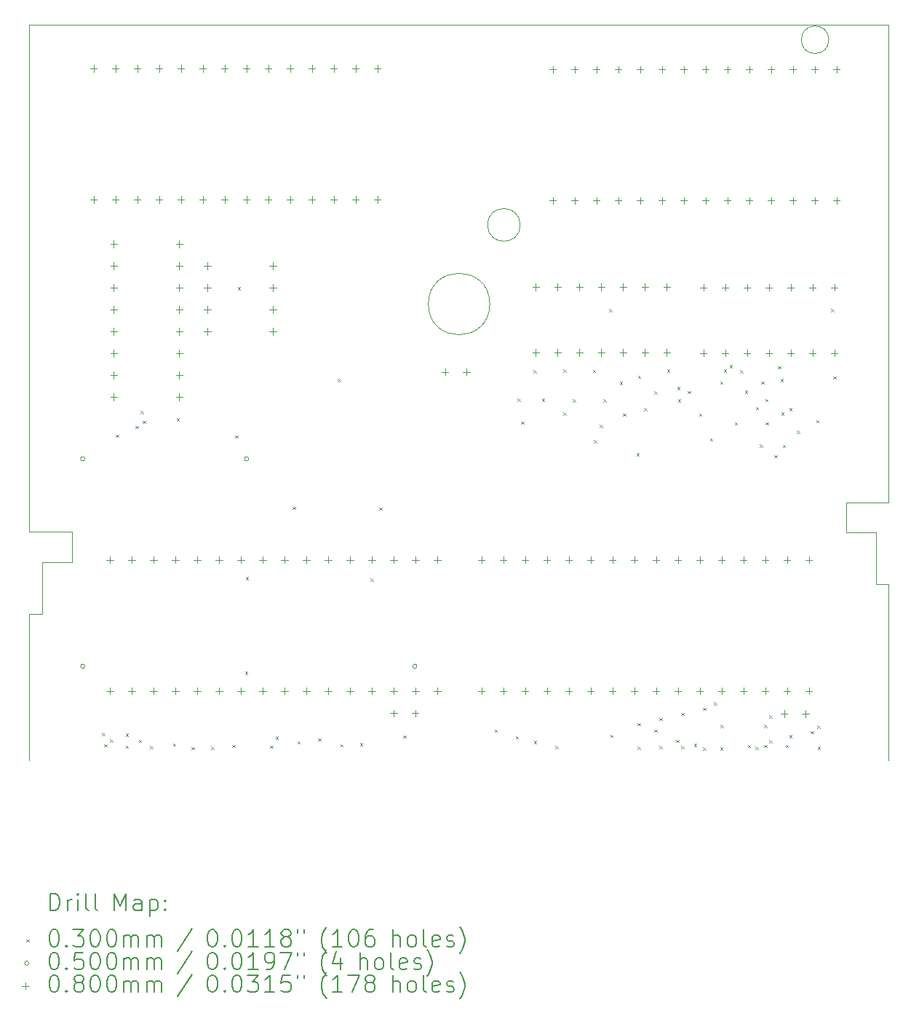
<source format=gbr>
%TF.GenerationSoftware,KiCad,Pcbnew,(7.0.0)*%
%TF.CreationDate,2023-04-12T15:18:02+10:00*%
%TF.ProjectId,AS-NES-Mapper472,41532d4e-4553-42d4-9d61-707065723437,rev?*%
%TF.SameCoordinates,Original*%
%TF.FileFunction,Drillmap*%
%TF.FilePolarity,Positive*%
%FSLAX45Y45*%
G04 Gerber Fmt 4.5, Leading zero omitted, Abs format (unit mm)*
G04 Created by KiCad (PCBNEW (7.0.0)) date 2023-04-12 15:18:02*
%MOMM*%
%LPD*%
G01*
G04 APERTURE LIST*
%ADD10C,0.100000*%
%ADD11C,0.200000*%
%ADD12C,0.030000*%
%ADD13C,0.050000*%
%ADD14C,0.080000*%
G04 APERTURE END LIST*
D10*
X15253680Y-4764490D02*
X15253600Y-10320510D01*
X5753870Y-10664590D02*
X5753880Y-11014710D01*
X14758210Y-10320510D02*
X15253600Y-10320510D01*
X15108360Y-11270240D02*
X15253860Y-11269970D01*
X14758360Y-10670340D02*
X14758210Y-10320510D01*
X5253760Y-4764470D02*
X15253680Y-4764490D01*
X14556130Y-4941900D02*
G75*
G03*
X14556130Y-4941900I-160160J0D01*
G01*
X15253630Y-13317390D02*
X15253880Y-11964940D01*
X15253880Y-11964940D02*
X15253860Y-11269970D01*
X5253800Y-11614330D02*
X5403880Y-11614600D01*
X5403960Y-11014620D02*
X5753880Y-11014710D01*
X10965440Y-7094830D02*
G75*
G03*
X10965440Y-7094830I-190500J0D01*
G01*
X5403880Y-11614600D02*
X5403960Y-11014620D01*
X10611370Y-8014020D02*
G75*
G03*
X10611370Y-8014020I-357710J0D01*
G01*
X14758360Y-10670340D02*
X15108280Y-10670250D01*
X5253760Y-4764470D02*
X5253910Y-10664860D01*
X15108280Y-10670250D02*
X15108360Y-11270240D01*
X5253910Y-10664860D02*
X5753870Y-10664590D01*
X5253580Y-13317530D02*
X5253800Y-11614330D01*
D11*
D12*
X6100211Y-12997789D02*
X6130211Y-13027789D01*
X6130211Y-12997789D02*
X6100211Y-13027789D01*
X6126000Y-13129000D02*
X6156000Y-13159000D01*
X6156000Y-13129000D02*
X6126000Y-13159000D01*
X6193000Y-13077000D02*
X6223000Y-13107000D01*
X6223000Y-13077000D02*
X6193000Y-13107000D01*
X6258000Y-9533000D02*
X6288000Y-9563000D01*
X6288000Y-9533000D02*
X6258000Y-9563000D01*
X6374620Y-13006000D02*
X6404620Y-13036000D01*
X6404620Y-13006000D02*
X6374620Y-13036000D01*
X6374620Y-13148000D02*
X6404620Y-13178000D01*
X6404620Y-13148000D02*
X6374620Y-13178000D01*
X6487000Y-9430950D02*
X6517000Y-9460950D01*
X6517000Y-9430950D02*
X6487000Y-9460950D01*
X6527000Y-13080000D02*
X6557000Y-13110000D01*
X6557000Y-13080000D02*
X6527000Y-13110000D01*
X6550000Y-9255000D02*
X6580000Y-9285000D01*
X6580000Y-9255000D02*
X6550000Y-9285000D01*
X6572000Y-9371000D02*
X6602000Y-9401000D01*
X6602000Y-9371000D02*
X6572000Y-9401000D01*
X6658000Y-13153000D02*
X6688000Y-13183000D01*
X6688000Y-13153000D02*
X6658000Y-13183000D01*
X6923610Y-13122000D02*
X6953610Y-13152000D01*
X6953610Y-13122000D02*
X6923610Y-13152000D01*
X6969000Y-9344000D02*
X6999000Y-9374000D01*
X6999000Y-9344000D02*
X6969000Y-9374000D01*
X7143000Y-13165000D02*
X7173000Y-13195000D01*
X7173000Y-13165000D02*
X7143000Y-13195000D01*
X7368000Y-13161000D02*
X7398000Y-13191000D01*
X7398000Y-13161000D02*
X7368000Y-13191000D01*
X7616000Y-13141000D02*
X7646000Y-13171000D01*
X7646000Y-13141000D02*
X7616000Y-13171000D01*
X7648000Y-9542000D02*
X7678000Y-9572000D01*
X7678000Y-9542000D02*
X7648000Y-9572000D01*
X7679000Y-7820000D02*
X7709000Y-7850000D01*
X7709000Y-7820000D02*
X7679000Y-7850000D01*
X7762000Y-12288000D02*
X7792000Y-12318000D01*
X7792000Y-12288000D02*
X7762000Y-12318000D01*
X7773000Y-11189000D02*
X7803000Y-11219000D01*
X7803000Y-11189000D02*
X7773000Y-11219000D01*
X8053000Y-13147000D02*
X8083000Y-13177000D01*
X8083000Y-13147000D02*
X8053000Y-13177000D01*
X8117000Y-13040000D02*
X8147000Y-13070000D01*
X8147000Y-13040000D02*
X8117000Y-13070000D01*
X8319000Y-10372000D02*
X8349000Y-10402000D01*
X8349000Y-10372000D02*
X8319000Y-10402000D01*
X8371000Y-13098000D02*
X8401000Y-13128000D01*
X8401000Y-13098000D02*
X8371000Y-13128000D01*
X8616000Y-13062000D02*
X8646000Y-13092000D01*
X8646000Y-13062000D02*
X8616000Y-13092000D01*
X8842000Y-8886000D02*
X8872000Y-8916000D01*
X8872000Y-8886000D02*
X8842000Y-8916000D01*
X8874000Y-13131000D02*
X8904000Y-13161000D01*
X8904000Y-13131000D02*
X8874000Y-13161000D01*
X9101000Y-13120000D02*
X9131000Y-13150000D01*
X9131000Y-13120000D02*
X9101000Y-13150000D01*
X9225000Y-11206000D02*
X9255000Y-11236000D01*
X9255000Y-11206000D02*
X9225000Y-11236000D01*
X9326000Y-10381000D02*
X9356000Y-10411000D01*
X9356000Y-10381000D02*
X9326000Y-10411000D01*
X9603000Y-13029000D02*
X9633000Y-13059000D01*
X9633000Y-13029000D02*
X9603000Y-13059000D01*
X10666000Y-12963000D02*
X10696000Y-12993000D01*
X10696000Y-12963000D02*
X10666000Y-12993000D01*
X10914000Y-13036000D02*
X10944000Y-13066000D01*
X10944000Y-13036000D02*
X10914000Y-13066000D01*
X10935000Y-9113000D02*
X10965000Y-9143000D01*
X10965000Y-9113000D02*
X10935000Y-9143000D01*
X10978000Y-9380000D02*
X11008000Y-9410000D01*
X11008000Y-9380000D02*
X10978000Y-9410000D01*
X11118000Y-8784000D02*
X11148000Y-8814000D01*
X11148000Y-8784000D02*
X11118000Y-8814000D01*
X11123000Y-13091000D02*
X11153000Y-13121000D01*
X11153000Y-13091000D02*
X11123000Y-13121000D01*
X11216000Y-9113000D02*
X11246000Y-9143000D01*
X11246000Y-9113000D02*
X11216000Y-9143000D01*
X11376000Y-13153000D02*
X11406000Y-13183000D01*
X11406000Y-13153000D02*
X11376000Y-13183000D01*
X11468000Y-8773000D02*
X11498000Y-8803000D01*
X11498000Y-8773000D02*
X11468000Y-8803000D01*
X11468000Y-9276000D02*
X11498000Y-9306000D01*
X11498000Y-9276000D02*
X11468000Y-9306000D01*
X11576000Y-9121000D02*
X11606000Y-9151000D01*
X11606000Y-9121000D02*
X11576000Y-9151000D01*
X11811000Y-8778000D02*
X11841000Y-8808000D01*
X11841000Y-8778000D02*
X11811000Y-8808000D01*
X11821000Y-9595000D02*
X11851000Y-9625000D01*
X11851000Y-9595000D02*
X11821000Y-9625000D01*
X11891000Y-9419000D02*
X11921000Y-9449000D01*
X11921000Y-9419000D02*
X11891000Y-9449000D01*
X11932000Y-9121000D02*
X11962000Y-9151000D01*
X11962000Y-9121000D02*
X11932000Y-9151000D01*
X12002000Y-8071000D02*
X12032000Y-8101000D01*
X12032000Y-8071000D02*
X12002000Y-8101000D01*
X12013000Y-13019000D02*
X12043000Y-13049000D01*
X12043000Y-13019000D02*
X12013000Y-13049000D01*
X12125000Y-8919000D02*
X12155000Y-8949000D01*
X12155000Y-8919000D02*
X12125000Y-8949000D01*
X12161000Y-9285000D02*
X12191000Y-9315000D01*
X12191000Y-9285000D02*
X12161000Y-9315000D01*
X12317000Y-9748000D02*
X12347000Y-9778000D01*
X12347000Y-9748000D02*
X12317000Y-9778000D01*
X12333050Y-12885800D02*
X12363050Y-12915800D01*
X12363050Y-12885800D02*
X12333050Y-12915800D01*
X12333050Y-13162000D02*
X12363050Y-13192000D01*
X12363050Y-13162000D02*
X12333050Y-13192000D01*
X12336000Y-8847000D02*
X12366000Y-8877000D01*
X12366000Y-8847000D02*
X12336000Y-8877000D01*
X12408000Y-9224000D02*
X12438000Y-9254000D01*
X12438000Y-9224000D02*
X12408000Y-9254000D01*
X12524000Y-12960050D02*
X12554000Y-12990050D01*
X12554000Y-12960050D02*
X12524000Y-12990050D01*
X12525000Y-9029000D02*
X12555000Y-9059000D01*
X12555000Y-9029000D02*
X12525000Y-9059000D01*
X12587050Y-12825850D02*
X12617050Y-12855850D01*
X12617050Y-12825850D02*
X12587050Y-12855850D01*
X12587050Y-13152000D02*
X12617050Y-13182000D01*
X12617050Y-13152000D02*
X12587050Y-13182000D01*
X12672000Y-8776000D02*
X12702000Y-8806000D01*
X12702000Y-8776000D02*
X12672000Y-8806000D01*
X12781000Y-13080000D02*
X12811000Y-13110000D01*
X12811000Y-13080000D02*
X12781000Y-13110000D01*
X12794000Y-8979000D02*
X12824000Y-9009000D01*
X12824000Y-8979000D02*
X12794000Y-9009000D01*
X12801000Y-9120000D02*
X12831000Y-9150000D01*
X12831000Y-9120000D02*
X12801000Y-9150000D01*
X12840000Y-12765900D02*
X12870000Y-12795900D01*
X12870000Y-12765900D02*
X12840000Y-12795900D01*
X12841050Y-13150000D02*
X12871050Y-13180000D01*
X12871050Y-13150000D02*
X12841050Y-13180000D01*
X12914000Y-9024000D02*
X12944000Y-9054000D01*
X12944000Y-9024000D02*
X12914000Y-9054000D01*
X12986000Y-13124950D02*
X13016000Y-13154950D01*
X13016000Y-13124950D02*
X12986000Y-13154950D01*
X13045000Y-9287000D02*
X13075000Y-9317000D01*
X13075000Y-9287000D02*
X13045000Y-9317000D01*
X13095000Y-12705950D02*
X13125000Y-12735950D01*
X13125000Y-12705950D02*
X13095000Y-12735950D01*
X13095000Y-13169950D02*
X13125000Y-13199950D01*
X13125000Y-13169950D02*
X13095000Y-13199950D01*
X13173000Y-9573000D02*
X13203000Y-9603000D01*
X13203000Y-9573000D02*
X13173000Y-9603000D01*
X13221000Y-12646000D02*
X13251000Y-12676000D01*
X13251000Y-12646000D02*
X13221000Y-12676000D01*
X13293000Y-8916000D02*
X13323000Y-8946000D01*
X13323000Y-8916000D02*
X13293000Y-8946000D01*
X13293000Y-13169950D02*
X13323000Y-13199950D01*
X13323000Y-13169950D02*
X13293000Y-13199950D01*
X13294000Y-12906050D02*
X13324000Y-12936050D01*
X13324000Y-12906050D02*
X13294000Y-12936050D01*
X13336000Y-8775950D02*
X13366000Y-8805950D01*
X13366000Y-8775950D02*
X13336000Y-8805950D01*
X13403050Y-8726000D02*
X13433050Y-8756000D01*
X13433050Y-8726000D02*
X13403050Y-8756000D01*
X13463000Y-9390000D02*
X13493000Y-9420000D01*
X13493000Y-9390000D02*
X13463000Y-9420000D01*
X13524000Y-8782000D02*
X13554000Y-8812000D01*
X13554000Y-8782000D02*
X13524000Y-8812000D01*
X13578000Y-9021000D02*
X13608000Y-9051000D01*
X13608000Y-9021000D02*
X13578000Y-9051000D01*
X13613000Y-13141000D02*
X13643000Y-13171000D01*
X13643000Y-13141000D02*
X13613000Y-13171000D01*
X13703000Y-13159000D02*
X13733000Y-13189000D01*
X13733000Y-13159000D02*
X13703000Y-13189000D01*
X13706000Y-9210000D02*
X13736000Y-9240000D01*
X13736000Y-9210000D02*
X13706000Y-9240000D01*
X13752000Y-9649000D02*
X13782000Y-9679000D01*
X13782000Y-9649000D02*
X13752000Y-9679000D01*
X13771000Y-8916000D02*
X13801000Y-8946000D01*
X13801000Y-8916000D02*
X13771000Y-8946000D01*
X13802000Y-12906050D02*
X13832000Y-12936050D01*
X13832000Y-12906050D02*
X13802000Y-12936050D01*
X13802000Y-13141000D02*
X13832000Y-13171000D01*
X13832000Y-13141000D02*
X13802000Y-13171000D01*
X13815000Y-9119000D02*
X13845000Y-9149000D01*
X13845000Y-9119000D02*
X13815000Y-9149000D01*
X13823000Y-9388000D02*
X13853000Y-9418000D01*
X13853000Y-9388000D02*
X13823000Y-9418000D01*
X13864000Y-13085000D02*
X13894000Y-13115000D01*
X13894000Y-13085000D02*
X13864000Y-13115000D01*
X13865000Y-12797000D02*
X13895000Y-12827000D01*
X13895000Y-12797000D02*
X13865000Y-12827000D01*
X13923000Y-9771000D02*
X13953000Y-9801000D01*
X13953000Y-9771000D02*
X13923000Y-9801000D01*
X13966000Y-8736000D02*
X13996000Y-8766000D01*
X13996000Y-8736000D02*
X13966000Y-8766000D01*
X13996000Y-8886000D02*
X14026000Y-8916000D01*
X14026000Y-8886000D02*
X13996000Y-8916000D01*
X14002000Y-9276000D02*
X14032000Y-9306000D01*
X14032000Y-9276000D02*
X14002000Y-9306000D01*
X14020000Y-9652000D02*
X14050000Y-9682000D01*
X14050000Y-9652000D02*
X14020000Y-9682000D01*
X14053710Y-13140000D02*
X14083710Y-13170000D01*
X14083710Y-13140000D02*
X14053710Y-13170000D01*
X14097000Y-13026000D02*
X14127000Y-13056000D01*
X14127000Y-13026000D02*
X14097000Y-13056000D01*
X14098000Y-9225000D02*
X14128000Y-9255000D01*
X14128000Y-9225000D02*
X14098000Y-9255000D01*
X14185000Y-9487000D02*
X14215000Y-9517000D01*
X14215000Y-9487000D02*
X14185000Y-9517000D01*
X14345000Y-12977000D02*
X14375000Y-13007000D01*
X14375000Y-12977000D02*
X14345000Y-13007000D01*
X14410000Y-9365000D02*
X14440000Y-9395000D01*
X14440000Y-9365000D02*
X14410000Y-9395000D01*
X14420000Y-12915000D02*
X14450000Y-12945000D01*
X14450000Y-12915000D02*
X14420000Y-12945000D01*
X14426000Y-13162000D02*
X14456000Y-13192000D01*
X14456000Y-13162000D02*
X14426000Y-13192000D01*
X14581000Y-8073000D02*
X14611000Y-8103000D01*
X14611000Y-8073000D02*
X14581000Y-8103000D01*
X14606500Y-8855000D02*
X14636500Y-8885000D01*
X14636500Y-8855000D02*
X14606500Y-8885000D01*
D13*
X5900000Y-9814000D02*
G75*
G03*
X5900000Y-9814000I-25000J0D01*
G01*
X5900000Y-12225000D02*
G75*
G03*
X5900000Y-12225000I-25000J0D01*
G01*
X7806000Y-9814000D02*
G75*
G03*
X7806000Y-9814000I-25000J0D01*
G01*
X9764000Y-12225000D02*
G75*
G03*
X9764000Y-12225000I-25000J0D01*
G01*
D14*
X6002000Y-5235500D02*
X6002000Y-5315500D01*
X5962000Y-5275500D02*
X6042000Y-5275500D01*
X6002000Y-6759500D02*
X6002000Y-6839500D01*
X5962000Y-6799500D02*
X6042000Y-6799500D01*
X6190670Y-10949000D02*
X6190670Y-11029000D01*
X6150670Y-10989000D02*
X6230670Y-10989000D01*
X6190670Y-12473000D02*
X6190670Y-12553000D01*
X6150670Y-12513000D02*
X6230670Y-12513000D01*
X6235000Y-7278000D02*
X6235000Y-7358000D01*
X6195000Y-7318000D02*
X6275000Y-7318000D01*
X6235000Y-7532000D02*
X6235000Y-7612000D01*
X6195000Y-7572000D02*
X6275000Y-7572000D01*
X6235000Y-7786000D02*
X6235000Y-7866000D01*
X6195000Y-7826000D02*
X6275000Y-7826000D01*
X6235000Y-8040000D02*
X6235000Y-8120000D01*
X6195000Y-8080000D02*
X6275000Y-8080000D01*
X6235000Y-8294000D02*
X6235000Y-8374000D01*
X6195000Y-8334000D02*
X6275000Y-8334000D01*
X6235000Y-8548000D02*
X6235000Y-8628000D01*
X6195000Y-8588000D02*
X6275000Y-8588000D01*
X6235000Y-8802000D02*
X6235000Y-8882000D01*
X6195000Y-8842000D02*
X6275000Y-8842000D01*
X6235000Y-9056000D02*
X6235000Y-9136000D01*
X6195000Y-9096000D02*
X6275000Y-9096000D01*
X6256000Y-5235500D02*
X6256000Y-5315500D01*
X6216000Y-5275500D02*
X6296000Y-5275500D01*
X6256000Y-6759500D02*
X6256000Y-6839500D01*
X6216000Y-6799500D02*
X6296000Y-6799500D01*
X6444670Y-10949000D02*
X6444670Y-11029000D01*
X6404670Y-10989000D02*
X6484670Y-10989000D01*
X6444670Y-12473000D02*
X6444670Y-12553000D01*
X6404670Y-12513000D02*
X6484670Y-12513000D01*
X6510000Y-5235500D02*
X6510000Y-5315500D01*
X6470000Y-5275500D02*
X6550000Y-5275500D01*
X6510000Y-6759500D02*
X6510000Y-6839500D01*
X6470000Y-6799500D02*
X6550000Y-6799500D01*
X6698670Y-10949000D02*
X6698670Y-11029000D01*
X6658670Y-10989000D02*
X6738670Y-10989000D01*
X6698670Y-12473000D02*
X6698670Y-12553000D01*
X6658670Y-12513000D02*
X6738670Y-12513000D01*
X6764000Y-5235500D02*
X6764000Y-5315500D01*
X6724000Y-5275500D02*
X6804000Y-5275500D01*
X6764000Y-6759500D02*
X6764000Y-6839500D01*
X6724000Y-6799500D02*
X6804000Y-6799500D01*
X6952670Y-10949000D02*
X6952670Y-11029000D01*
X6912670Y-10989000D02*
X6992670Y-10989000D01*
X6952670Y-12473000D02*
X6952670Y-12553000D01*
X6912670Y-12513000D02*
X6992670Y-12513000D01*
X6997000Y-7278000D02*
X6997000Y-7358000D01*
X6957000Y-7318000D02*
X7037000Y-7318000D01*
X6997000Y-7532000D02*
X6997000Y-7612000D01*
X6957000Y-7572000D02*
X7037000Y-7572000D01*
X6997000Y-7786000D02*
X6997000Y-7866000D01*
X6957000Y-7826000D02*
X7037000Y-7826000D01*
X6997000Y-8040000D02*
X6997000Y-8120000D01*
X6957000Y-8080000D02*
X7037000Y-8080000D01*
X6997000Y-8294000D02*
X6997000Y-8374000D01*
X6957000Y-8334000D02*
X7037000Y-8334000D01*
X6997000Y-8548000D02*
X6997000Y-8628000D01*
X6957000Y-8588000D02*
X7037000Y-8588000D01*
X6997000Y-8802000D02*
X6997000Y-8882000D01*
X6957000Y-8842000D02*
X7037000Y-8842000D01*
X6997000Y-9056000D02*
X6997000Y-9136000D01*
X6957000Y-9096000D02*
X7037000Y-9096000D01*
X7018000Y-5235500D02*
X7018000Y-5315500D01*
X6978000Y-5275500D02*
X7058000Y-5275500D01*
X7018000Y-6759500D02*
X7018000Y-6839500D01*
X6978000Y-6799500D02*
X7058000Y-6799500D01*
X7206670Y-10949000D02*
X7206670Y-11029000D01*
X7166670Y-10989000D02*
X7246670Y-10989000D01*
X7206670Y-12473000D02*
X7206670Y-12553000D01*
X7166670Y-12513000D02*
X7246670Y-12513000D01*
X7272000Y-5235500D02*
X7272000Y-5315500D01*
X7232000Y-5275500D02*
X7312000Y-5275500D01*
X7272000Y-6759500D02*
X7272000Y-6839500D01*
X7232000Y-6799500D02*
X7312000Y-6799500D01*
X7326000Y-7532000D02*
X7326000Y-7612000D01*
X7286000Y-7572000D02*
X7366000Y-7572000D01*
X7326000Y-7786000D02*
X7326000Y-7866000D01*
X7286000Y-7826000D02*
X7366000Y-7826000D01*
X7326000Y-8040000D02*
X7326000Y-8120000D01*
X7286000Y-8080000D02*
X7366000Y-8080000D01*
X7326000Y-8294000D02*
X7326000Y-8374000D01*
X7286000Y-8334000D02*
X7366000Y-8334000D01*
X7460670Y-10949000D02*
X7460670Y-11029000D01*
X7420670Y-10989000D02*
X7500670Y-10989000D01*
X7460670Y-12473000D02*
X7460670Y-12553000D01*
X7420670Y-12513000D02*
X7500670Y-12513000D01*
X7526000Y-5235500D02*
X7526000Y-5315500D01*
X7486000Y-5275500D02*
X7566000Y-5275500D01*
X7526000Y-6759500D02*
X7526000Y-6839500D01*
X7486000Y-6799500D02*
X7566000Y-6799500D01*
X7714670Y-10949000D02*
X7714670Y-11029000D01*
X7674670Y-10989000D02*
X7754670Y-10989000D01*
X7714670Y-12473000D02*
X7714670Y-12553000D01*
X7674670Y-12513000D02*
X7754670Y-12513000D01*
X7780000Y-5235500D02*
X7780000Y-5315500D01*
X7740000Y-5275500D02*
X7820000Y-5275500D01*
X7780000Y-6759500D02*
X7780000Y-6839500D01*
X7740000Y-6799500D02*
X7820000Y-6799500D01*
X7968670Y-10949000D02*
X7968670Y-11029000D01*
X7928670Y-10989000D02*
X8008670Y-10989000D01*
X7968670Y-12473000D02*
X7968670Y-12553000D01*
X7928670Y-12513000D02*
X8008670Y-12513000D01*
X8034000Y-5235500D02*
X8034000Y-5315500D01*
X7994000Y-5275500D02*
X8074000Y-5275500D01*
X8034000Y-6759500D02*
X8034000Y-6839500D01*
X7994000Y-6799500D02*
X8074000Y-6799500D01*
X8088000Y-7532000D02*
X8088000Y-7612000D01*
X8048000Y-7572000D02*
X8128000Y-7572000D01*
X8088000Y-7786000D02*
X8088000Y-7866000D01*
X8048000Y-7826000D02*
X8128000Y-7826000D01*
X8088000Y-8040000D02*
X8088000Y-8120000D01*
X8048000Y-8080000D02*
X8128000Y-8080000D01*
X8088000Y-8294000D02*
X8088000Y-8374000D01*
X8048000Y-8334000D02*
X8128000Y-8334000D01*
X8222670Y-10949000D02*
X8222670Y-11029000D01*
X8182670Y-10989000D02*
X8262670Y-10989000D01*
X8222670Y-12473000D02*
X8222670Y-12553000D01*
X8182670Y-12513000D02*
X8262670Y-12513000D01*
X8288000Y-5235500D02*
X8288000Y-5315500D01*
X8248000Y-5275500D02*
X8328000Y-5275500D01*
X8288000Y-6759500D02*
X8288000Y-6839500D01*
X8248000Y-6799500D02*
X8328000Y-6799500D01*
X8476670Y-10949000D02*
X8476670Y-11029000D01*
X8436670Y-10989000D02*
X8516670Y-10989000D01*
X8476670Y-12473000D02*
X8476670Y-12553000D01*
X8436670Y-12513000D02*
X8516670Y-12513000D01*
X8542000Y-5235500D02*
X8542000Y-5315500D01*
X8502000Y-5275500D02*
X8582000Y-5275500D01*
X8542000Y-6759500D02*
X8542000Y-6839500D01*
X8502000Y-6799500D02*
X8582000Y-6799500D01*
X8730670Y-10949000D02*
X8730670Y-11029000D01*
X8690670Y-10989000D02*
X8770670Y-10989000D01*
X8730670Y-12473000D02*
X8730670Y-12553000D01*
X8690670Y-12513000D02*
X8770670Y-12513000D01*
X8796000Y-5235500D02*
X8796000Y-5315500D01*
X8756000Y-5275500D02*
X8836000Y-5275500D01*
X8796000Y-6759500D02*
X8796000Y-6839500D01*
X8756000Y-6799500D02*
X8836000Y-6799500D01*
X8984670Y-10949000D02*
X8984670Y-11029000D01*
X8944670Y-10989000D02*
X9024670Y-10989000D01*
X8984670Y-12473000D02*
X8984670Y-12553000D01*
X8944670Y-12513000D02*
X9024670Y-12513000D01*
X9050000Y-5235500D02*
X9050000Y-5315500D01*
X9010000Y-5275500D02*
X9090000Y-5275500D01*
X9050000Y-6759500D02*
X9050000Y-6839500D01*
X9010000Y-6799500D02*
X9090000Y-6799500D01*
X9238670Y-10949000D02*
X9238670Y-11029000D01*
X9198670Y-10989000D02*
X9278670Y-10989000D01*
X9238670Y-12473000D02*
X9238670Y-12553000D01*
X9198670Y-12513000D02*
X9278670Y-12513000D01*
X9304000Y-5235500D02*
X9304000Y-5315500D01*
X9264000Y-5275500D02*
X9344000Y-5275500D01*
X9304000Y-6759500D02*
X9304000Y-6839500D01*
X9264000Y-6799500D02*
X9344000Y-6799500D01*
X9492670Y-10949000D02*
X9492670Y-11029000D01*
X9452670Y-10989000D02*
X9532670Y-10989000D01*
X9492670Y-12473000D02*
X9492670Y-12553000D01*
X9452670Y-12513000D02*
X9532670Y-12513000D01*
X9494000Y-12732000D02*
X9494000Y-12812000D01*
X9454000Y-12772000D02*
X9534000Y-12772000D01*
X9744000Y-12732000D02*
X9744000Y-12812000D01*
X9704000Y-12772000D02*
X9784000Y-12772000D01*
X9746670Y-10949000D02*
X9746670Y-11029000D01*
X9706670Y-10989000D02*
X9786670Y-10989000D01*
X9746670Y-12473000D02*
X9746670Y-12553000D01*
X9706670Y-12513000D02*
X9786670Y-12513000D01*
X10000670Y-10949000D02*
X10000670Y-11029000D01*
X9960670Y-10989000D02*
X10040670Y-10989000D01*
X10000670Y-12473000D02*
X10000670Y-12553000D01*
X9960670Y-12513000D02*
X10040670Y-12513000D01*
X10090511Y-8763000D02*
X10090511Y-8843000D01*
X10050511Y-8803000D02*
X10130511Y-8803000D01*
X10340511Y-8763000D02*
X10340511Y-8843000D01*
X10300511Y-8803000D02*
X10380511Y-8803000D01*
X10515000Y-10949000D02*
X10515000Y-11029000D01*
X10475000Y-10989000D02*
X10555000Y-10989000D01*
X10515000Y-12473000D02*
X10515000Y-12553000D01*
X10475000Y-12513000D02*
X10555000Y-12513000D01*
X10769000Y-10949000D02*
X10769000Y-11029000D01*
X10729000Y-10989000D02*
X10809000Y-10989000D01*
X10769000Y-12473000D02*
X10769000Y-12553000D01*
X10729000Y-12513000D02*
X10809000Y-12513000D01*
X11023000Y-10949000D02*
X11023000Y-11029000D01*
X10983000Y-10989000D02*
X11063000Y-10989000D01*
X11023000Y-12473000D02*
X11023000Y-12553000D01*
X10983000Y-12513000D02*
X11063000Y-12513000D01*
X11147500Y-7776000D02*
X11147500Y-7856000D01*
X11107500Y-7816000D02*
X11187500Y-7816000D01*
X11147500Y-8538000D02*
X11147500Y-8618000D01*
X11107500Y-8578000D02*
X11187500Y-8578000D01*
X11277000Y-10949000D02*
X11277000Y-11029000D01*
X11237000Y-10989000D02*
X11317000Y-10989000D01*
X11277000Y-12473000D02*
X11277000Y-12553000D01*
X11237000Y-12513000D02*
X11317000Y-12513000D01*
X11344000Y-5248500D02*
X11344000Y-5328500D01*
X11304000Y-5288500D02*
X11384000Y-5288500D01*
X11344000Y-6772500D02*
X11344000Y-6852500D01*
X11304000Y-6812500D02*
X11384000Y-6812500D01*
X11401500Y-7776000D02*
X11401500Y-7856000D01*
X11361500Y-7816000D02*
X11441500Y-7816000D01*
X11401500Y-8538000D02*
X11401500Y-8618000D01*
X11361500Y-8578000D02*
X11441500Y-8578000D01*
X11531000Y-10949000D02*
X11531000Y-11029000D01*
X11491000Y-10989000D02*
X11571000Y-10989000D01*
X11531000Y-12473000D02*
X11531000Y-12553000D01*
X11491000Y-12513000D02*
X11571000Y-12513000D01*
X11598000Y-5248500D02*
X11598000Y-5328500D01*
X11558000Y-5288500D02*
X11638000Y-5288500D01*
X11598000Y-6772500D02*
X11598000Y-6852500D01*
X11558000Y-6812500D02*
X11638000Y-6812500D01*
X11655500Y-7776000D02*
X11655500Y-7856000D01*
X11615500Y-7816000D02*
X11695500Y-7816000D01*
X11655500Y-8538000D02*
X11655500Y-8618000D01*
X11615500Y-8578000D02*
X11695500Y-8578000D01*
X11785000Y-10949000D02*
X11785000Y-11029000D01*
X11745000Y-10989000D02*
X11825000Y-10989000D01*
X11785000Y-12473000D02*
X11785000Y-12553000D01*
X11745000Y-12513000D02*
X11825000Y-12513000D01*
X11852000Y-5248500D02*
X11852000Y-5328500D01*
X11812000Y-5288500D02*
X11892000Y-5288500D01*
X11852000Y-6772500D02*
X11852000Y-6852500D01*
X11812000Y-6812500D02*
X11892000Y-6812500D01*
X11909500Y-7776000D02*
X11909500Y-7856000D01*
X11869500Y-7816000D02*
X11949500Y-7816000D01*
X11909500Y-8538000D02*
X11909500Y-8618000D01*
X11869500Y-8578000D02*
X11949500Y-8578000D01*
X12039000Y-10949000D02*
X12039000Y-11029000D01*
X11999000Y-10989000D02*
X12079000Y-10989000D01*
X12039000Y-12473000D02*
X12039000Y-12553000D01*
X11999000Y-12513000D02*
X12079000Y-12513000D01*
X12106000Y-5248500D02*
X12106000Y-5328500D01*
X12066000Y-5288500D02*
X12146000Y-5288500D01*
X12106000Y-6772500D02*
X12106000Y-6852500D01*
X12066000Y-6812500D02*
X12146000Y-6812500D01*
X12163500Y-7776000D02*
X12163500Y-7856000D01*
X12123500Y-7816000D02*
X12203500Y-7816000D01*
X12163500Y-8538000D02*
X12163500Y-8618000D01*
X12123500Y-8578000D02*
X12203500Y-8578000D01*
X12293000Y-10949000D02*
X12293000Y-11029000D01*
X12253000Y-10989000D02*
X12333000Y-10989000D01*
X12293000Y-12473000D02*
X12293000Y-12553000D01*
X12253000Y-12513000D02*
X12333000Y-12513000D01*
X12360000Y-5248500D02*
X12360000Y-5328500D01*
X12320000Y-5288500D02*
X12400000Y-5288500D01*
X12360000Y-6772500D02*
X12360000Y-6852500D01*
X12320000Y-6812500D02*
X12400000Y-6812500D01*
X12417500Y-7776000D02*
X12417500Y-7856000D01*
X12377500Y-7816000D02*
X12457500Y-7816000D01*
X12417500Y-8538000D02*
X12417500Y-8618000D01*
X12377500Y-8578000D02*
X12457500Y-8578000D01*
X12547000Y-10949000D02*
X12547000Y-11029000D01*
X12507000Y-10989000D02*
X12587000Y-10989000D01*
X12547000Y-12473000D02*
X12547000Y-12553000D01*
X12507000Y-12513000D02*
X12587000Y-12513000D01*
X12614000Y-5248500D02*
X12614000Y-5328500D01*
X12574000Y-5288500D02*
X12654000Y-5288500D01*
X12614000Y-6772500D02*
X12614000Y-6852500D01*
X12574000Y-6812500D02*
X12654000Y-6812500D01*
X12671500Y-7776000D02*
X12671500Y-7856000D01*
X12631500Y-7816000D02*
X12711500Y-7816000D01*
X12671500Y-8538000D02*
X12671500Y-8618000D01*
X12631500Y-8578000D02*
X12711500Y-8578000D01*
X12801000Y-10949000D02*
X12801000Y-11029000D01*
X12761000Y-10989000D02*
X12841000Y-10989000D01*
X12801000Y-12473000D02*
X12801000Y-12553000D01*
X12761000Y-12513000D02*
X12841000Y-12513000D01*
X12868000Y-5248500D02*
X12868000Y-5328500D01*
X12828000Y-5288500D02*
X12908000Y-5288500D01*
X12868000Y-6772500D02*
X12868000Y-6852500D01*
X12828000Y-6812500D02*
X12908000Y-6812500D01*
X13055000Y-10949000D02*
X13055000Y-11029000D01*
X13015000Y-10989000D02*
X13095000Y-10989000D01*
X13055000Y-12473000D02*
X13055000Y-12553000D01*
X13015000Y-12513000D02*
X13095000Y-12513000D01*
X13097500Y-7781000D02*
X13097500Y-7861000D01*
X13057500Y-7821000D02*
X13137500Y-7821000D01*
X13097500Y-8543000D02*
X13097500Y-8623000D01*
X13057500Y-8583000D02*
X13137500Y-8583000D01*
X13122000Y-5248500D02*
X13122000Y-5328500D01*
X13082000Y-5288500D02*
X13162000Y-5288500D01*
X13122000Y-6772500D02*
X13122000Y-6852500D01*
X13082000Y-6812500D02*
X13162000Y-6812500D01*
X13309000Y-10949000D02*
X13309000Y-11029000D01*
X13269000Y-10989000D02*
X13349000Y-10989000D01*
X13309000Y-12473000D02*
X13309000Y-12553000D01*
X13269000Y-12513000D02*
X13349000Y-12513000D01*
X13351500Y-7781000D02*
X13351500Y-7861000D01*
X13311500Y-7821000D02*
X13391500Y-7821000D01*
X13351500Y-8543000D02*
X13351500Y-8623000D01*
X13311500Y-8583000D02*
X13391500Y-8583000D01*
X13376000Y-5248500D02*
X13376000Y-5328500D01*
X13336000Y-5288500D02*
X13416000Y-5288500D01*
X13376000Y-6772500D02*
X13376000Y-6852500D01*
X13336000Y-6812500D02*
X13416000Y-6812500D01*
X13563000Y-10949000D02*
X13563000Y-11029000D01*
X13523000Y-10989000D02*
X13603000Y-10989000D01*
X13563000Y-12473000D02*
X13563000Y-12553000D01*
X13523000Y-12513000D02*
X13603000Y-12513000D01*
X13605500Y-7781000D02*
X13605500Y-7861000D01*
X13565500Y-7821000D02*
X13645500Y-7821000D01*
X13605500Y-8543000D02*
X13605500Y-8623000D01*
X13565500Y-8583000D02*
X13645500Y-8583000D01*
X13630000Y-5248500D02*
X13630000Y-5328500D01*
X13590000Y-5288500D02*
X13670000Y-5288500D01*
X13630000Y-6772500D02*
X13630000Y-6852500D01*
X13590000Y-6812500D02*
X13670000Y-6812500D01*
X13817000Y-10949000D02*
X13817000Y-11029000D01*
X13777000Y-10989000D02*
X13857000Y-10989000D01*
X13817000Y-12473000D02*
X13817000Y-12553000D01*
X13777000Y-12513000D02*
X13857000Y-12513000D01*
X13859500Y-7781000D02*
X13859500Y-7861000D01*
X13819500Y-7821000D02*
X13899500Y-7821000D01*
X13859500Y-8543000D02*
X13859500Y-8623000D01*
X13819500Y-8583000D02*
X13899500Y-8583000D01*
X13884000Y-5248500D02*
X13884000Y-5328500D01*
X13844000Y-5288500D02*
X13924000Y-5288500D01*
X13884000Y-6772500D02*
X13884000Y-6852500D01*
X13844000Y-6812500D02*
X13924000Y-6812500D01*
X14035000Y-12737000D02*
X14035000Y-12817000D01*
X13995000Y-12777000D02*
X14075000Y-12777000D01*
X14071000Y-10949000D02*
X14071000Y-11029000D01*
X14031000Y-10989000D02*
X14111000Y-10989000D01*
X14071000Y-12473000D02*
X14071000Y-12553000D01*
X14031000Y-12513000D02*
X14111000Y-12513000D01*
X14113500Y-7781000D02*
X14113500Y-7861000D01*
X14073500Y-7821000D02*
X14153500Y-7821000D01*
X14113500Y-8543000D02*
X14113500Y-8623000D01*
X14073500Y-8583000D02*
X14153500Y-8583000D01*
X14138000Y-5248500D02*
X14138000Y-5328500D01*
X14098000Y-5288500D02*
X14178000Y-5288500D01*
X14138000Y-6772500D02*
X14138000Y-6852500D01*
X14098000Y-6812500D02*
X14178000Y-6812500D01*
X14285000Y-12737000D02*
X14285000Y-12817000D01*
X14245000Y-12777000D02*
X14325000Y-12777000D01*
X14325000Y-10949000D02*
X14325000Y-11029000D01*
X14285000Y-10989000D02*
X14365000Y-10989000D01*
X14325000Y-12473000D02*
X14325000Y-12553000D01*
X14285000Y-12513000D02*
X14365000Y-12513000D01*
X14367500Y-7781000D02*
X14367500Y-7861000D01*
X14327500Y-7821000D02*
X14407500Y-7821000D01*
X14367500Y-8543000D02*
X14367500Y-8623000D01*
X14327500Y-8583000D02*
X14407500Y-8583000D01*
X14392000Y-5248500D02*
X14392000Y-5328500D01*
X14352000Y-5288500D02*
X14432000Y-5288500D01*
X14392000Y-6772500D02*
X14392000Y-6852500D01*
X14352000Y-6812500D02*
X14432000Y-6812500D01*
X14621500Y-7781000D02*
X14621500Y-7861000D01*
X14581500Y-7821000D02*
X14661500Y-7821000D01*
X14621500Y-8543000D02*
X14621500Y-8623000D01*
X14581500Y-8583000D02*
X14661500Y-8583000D01*
X14646000Y-5248500D02*
X14646000Y-5328500D01*
X14606000Y-5288500D02*
X14686000Y-5288500D01*
X14646000Y-6772500D02*
X14646000Y-6852500D01*
X14606000Y-6812500D02*
X14686000Y-6812500D01*
D11*
X5496199Y-15066476D02*
X5496199Y-14866476D01*
X5496199Y-14866476D02*
X5543818Y-14866476D01*
X5543818Y-14866476D02*
X5572390Y-14876000D01*
X5572390Y-14876000D02*
X5591437Y-14895048D01*
X5591437Y-14895048D02*
X5600961Y-14914095D01*
X5600961Y-14914095D02*
X5610485Y-14952190D01*
X5610485Y-14952190D02*
X5610485Y-14980762D01*
X5610485Y-14980762D02*
X5600961Y-15018857D01*
X5600961Y-15018857D02*
X5591437Y-15037905D01*
X5591437Y-15037905D02*
X5572390Y-15056952D01*
X5572390Y-15056952D02*
X5543818Y-15066476D01*
X5543818Y-15066476D02*
X5496199Y-15066476D01*
X5696199Y-15066476D02*
X5696199Y-14933143D01*
X5696199Y-14971238D02*
X5705723Y-14952190D01*
X5705723Y-14952190D02*
X5715247Y-14942667D01*
X5715247Y-14942667D02*
X5734294Y-14933143D01*
X5734294Y-14933143D02*
X5753342Y-14933143D01*
X5820008Y-15066476D02*
X5820008Y-14933143D01*
X5820008Y-14866476D02*
X5810485Y-14876000D01*
X5810485Y-14876000D02*
X5820008Y-14885524D01*
X5820008Y-14885524D02*
X5829532Y-14876000D01*
X5829532Y-14876000D02*
X5820008Y-14866476D01*
X5820008Y-14866476D02*
X5820008Y-14885524D01*
X5943818Y-15066476D02*
X5924770Y-15056952D01*
X5924770Y-15056952D02*
X5915247Y-15037905D01*
X5915247Y-15037905D02*
X5915247Y-14866476D01*
X6048580Y-15066476D02*
X6029532Y-15056952D01*
X6029532Y-15056952D02*
X6020008Y-15037905D01*
X6020008Y-15037905D02*
X6020008Y-14866476D01*
X6244770Y-15066476D02*
X6244770Y-14866476D01*
X6244770Y-14866476D02*
X6311437Y-15009333D01*
X6311437Y-15009333D02*
X6378104Y-14866476D01*
X6378104Y-14866476D02*
X6378104Y-15066476D01*
X6559056Y-15066476D02*
X6559056Y-14961714D01*
X6559056Y-14961714D02*
X6549532Y-14942667D01*
X6549532Y-14942667D02*
X6530485Y-14933143D01*
X6530485Y-14933143D02*
X6492389Y-14933143D01*
X6492389Y-14933143D02*
X6473342Y-14942667D01*
X6559056Y-15056952D02*
X6540008Y-15066476D01*
X6540008Y-15066476D02*
X6492389Y-15066476D01*
X6492389Y-15066476D02*
X6473342Y-15056952D01*
X6473342Y-15056952D02*
X6463818Y-15037905D01*
X6463818Y-15037905D02*
X6463818Y-15018857D01*
X6463818Y-15018857D02*
X6473342Y-14999809D01*
X6473342Y-14999809D02*
X6492389Y-14990286D01*
X6492389Y-14990286D02*
X6540008Y-14990286D01*
X6540008Y-14990286D02*
X6559056Y-14980762D01*
X6654294Y-14933143D02*
X6654294Y-15133143D01*
X6654294Y-14942667D02*
X6673342Y-14933143D01*
X6673342Y-14933143D02*
X6711437Y-14933143D01*
X6711437Y-14933143D02*
X6730485Y-14942667D01*
X6730485Y-14942667D02*
X6740008Y-14952190D01*
X6740008Y-14952190D02*
X6749532Y-14971238D01*
X6749532Y-14971238D02*
X6749532Y-15028381D01*
X6749532Y-15028381D02*
X6740008Y-15047428D01*
X6740008Y-15047428D02*
X6730485Y-15056952D01*
X6730485Y-15056952D02*
X6711437Y-15066476D01*
X6711437Y-15066476D02*
X6673342Y-15066476D01*
X6673342Y-15066476D02*
X6654294Y-15056952D01*
X6835247Y-15047428D02*
X6844770Y-15056952D01*
X6844770Y-15056952D02*
X6835247Y-15066476D01*
X6835247Y-15066476D02*
X6825723Y-15056952D01*
X6825723Y-15056952D02*
X6835247Y-15047428D01*
X6835247Y-15047428D02*
X6835247Y-15066476D01*
X6835247Y-14942667D02*
X6844770Y-14952190D01*
X6844770Y-14952190D02*
X6835247Y-14961714D01*
X6835247Y-14961714D02*
X6825723Y-14952190D01*
X6825723Y-14952190D02*
X6835247Y-14942667D01*
X6835247Y-14942667D02*
X6835247Y-14961714D01*
D12*
X5218580Y-15398000D02*
X5248580Y-15428000D01*
X5248580Y-15398000D02*
X5218580Y-15428000D01*
D11*
X5534294Y-15286476D02*
X5553342Y-15286476D01*
X5553342Y-15286476D02*
X5572390Y-15296000D01*
X5572390Y-15296000D02*
X5581913Y-15305524D01*
X5581913Y-15305524D02*
X5591437Y-15324571D01*
X5591437Y-15324571D02*
X5600961Y-15362667D01*
X5600961Y-15362667D02*
X5600961Y-15410286D01*
X5600961Y-15410286D02*
X5591437Y-15448381D01*
X5591437Y-15448381D02*
X5581913Y-15467428D01*
X5581913Y-15467428D02*
X5572390Y-15476952D01*
X5572390Y-15476952D02*
X5553342Y-15486476D01*
X5553342Y-15486476D02*
X5534294Y-15486476D01*
X5534294Y-15486476D02*
X5515247Y-15476952D01*
X5515247Y-15476952D02*
X5505723Y-15467428D01*
X5505723Y-15467428D02*
X5496199Y-15448381D01*
X5496199Y-15448381D02*
X5486675Y-15410286D01*
X5486675Y-15410286D02*
X5486675Y-15362667D01*
X5486675Y-15362667D02*
X5496199Y-15324571D01*
X5496199Y-15324571D02*
X5505723Y-15305524D01*
X5505723Y-15305524D02*
X5515247Y-15296000D01*
X5515247Y-15296000D02*
X5534294Y-15286476D01*
X5686675Y-15467428D02*
X5696199Y-15476952D01*
X5696199Y-15476952D02*
X5686675Y-15486476D01*
X5686675Y-15486476D02*
X5677151Y-15476952D01*
X5677151Y-15476952D02*
X5686675Y-15467428D01*
X5686675Y-15467428D02*
X5686675Y-15486476D01*
X5762866Y-15286476D02*
X5886675Y-15286476D01*
X5886675Y-15286476D02*
X5820008Y-15362667D01*
X5820008Y-15362667D02*
X5848580Y-15362667D01*
X5848580Y-15362667D02*
X5867628Y-15372190D01*
X5867628Y-15372190D02*
X5877151Y-15381714D01*
X5877151Y-15381714D02*
X5886675Y-15400762D01*
X5886675Y-15400762D02*
X5886675Y-15448381D01*
X5886675Y-15448381D02*
X5877151Y-15467428D01*
X5877151Y-15467428D02*
X5867628Y-15476952D01*
X5867628Y-15476952D02*
X5848580Y-15486476D01*
X5848580Y-15486476D02*
X5791437Y-15486476D01*
X5791437Y-15486476D02*
X5772389Y-15476952D01*
X5772389Y-15476952D02*
X5762866Y-15467428D01*
X6010485Y-15286476D02*
X6029532Y-15286476D01*
X6029532Y-15286476D02*
X6048580Y-15296000D01*
X6048580Y-15296000D02*
X6058104Y-15305524D01*
X6058104Y-15305524D02*
X6067628Y-15324571D01*
X6067628Y-15324571D02*
X6077151Y-15362667D01*
X6077151Y-15362667D02*
X6077151Y-15410286D01*
X6077151Y-15410286D02*
X6067628Y-15448381D01*
X6067628Y-15448381D02*
X6058104Y-15467428D01*
X6058104Y-15467428D02*
X6048580Y-15476952D01*
X6048580Y-15476952D02*
X6029532Y-15486476D01*
X6029532Y-15486476D02*
X6010485Y-15486476D01*
X6010485Y-15486476D02*
X5991437Y-15476952D01*
X5991437Y-15476952D02*
X5981913Y-15467428D01*
X5981913Y-15467428D02*
X5972389Y-15448381D01*
X5972389Y-15448381D02*
X5962866Y-15410286D01*
X5962866Y-15410286D02*
X5962866Y-15362667D01*
X5962866Y-15362667D02*
X5972389Y-15324571D01*
X5972389Y-15324571D02*
X5981913Y-15305524D01*
X5981913Y-15305524D02*
X5991437Y-15296000D01*
X5991437Y-15296000D02*
X6010485Y-15286476D01*
X6200961Y-15286476D02*
X6220009Y-15286476D01*
X6220009Y-15286476D02*
X6239056Y-15296000D01*
X6239056Y-15296000D02*
X6248580Y-15305524D01*
X6248580Y-15305524D02*
X6258104Y-15324571D01*
X6258104Y-15324571D02*
X6267628Y-15362667D01*
X6267628Y-15362667D02*
X6267628Y-15410286D01*
X6267628Y-15410286D02*
X6258104Y-15448381D01*
X6258104Y-15448381D02*
X6248580Y-15467428D01*
X6248580Y-15467428D02*
X6239056Y-15476952D01*
X6239056Y-15476952D02*
X6220009Y-15486476D01*
X6220009Y-15486476D02*
X6200961Y-15486476D01*
X6200961Y-15486476D02*
X6181913Y-15476952D01*
X6181913Y-15476952D02*
X6172389Y-15467428D01*
X6172389Y-15467428D02*
X6162866Y-15448381D01*
X6162866Y-15448381D02*
X6153342Y-15410286D01*
X6153342Y-15410286D02*
X6153342Y-15362667D01*
X6153342Y-15362667D02*
X6162866Y-15324571D01*
X6162866Y-15324571D02*
X6172389Y-15305524D01*
X6172389Y-15305524D02*
X6181913Y-15296000D01*
X6181913Y-15296000D02*
X6200961Y-15286476D01*
X6353342Y-15486476D02*
X6353342Y-15353143D01*
X6353342Y-15372190D02*
X6362866Y-15362667D01*
X6362866Y-15362667D02*
X6381913Y-15353143D01*
X6381913Y-15353143D02*
X6410485Y-15353143D01*
X6410485Y-15353143D02*
X6429532Y-15362667D01*
X6429532Y-15362667D02*
X6439056Y-15381714D01*
X6439056Y-15381714D02*
X6439056Y-15486476D01*
X6439056Y-15381714D02*
X6448580Y-15362667D01*
X6448580Y-15362667D02*
X6467628Y-15353143D01*
X6467628Y-15353143D02*
X6496199Y-15353143D01*
X6496199Y-15353143D02*
X6515247Y-15362667D01*
X6515247Y-15362667D02*
X6524770Y-15381714D01*
X6524770Y-15381714D02*
X6524770Y-15486476D01*
X6620009Y-15486476D02*
X6620009Y-15353143D01*
X6620009Y-15372190D02*
X6629532Y-15362667D01*
X6629532Y-15362667D02*
X6648580Y-15353143D01*
X6648580Y-15353143D02*
X6677151Y-15353143D01*
X6677151Y-15353143D02*
X6696199Y-15362667D01*
X6696199Y-15362667D02*
X6705723Y-15381714D01*
X6705723Y-15381714D02*
X6705723Y-15486476D01*
X6705723Y-15381714D02*
X6715247Y-15362667D01*
X6715247Y-15362667D02*
X6734294Y-15353143D01*
X6734294Y-15353143D02*
X6762866Y-15353143D01*
X6762866Y-15353143D02*
X6781913Y-15362667D01*
X6781913Y-15362667D02*
X6791437Y-15381714D01*
X6791437Y-15381714D02*
X6791437Y-15486476D01*
X7149532Y-15276952D02*
X6978104Y-15534095D01*
X7374294Y-15286476D02*
X7393342Y-15286476D01*
X7393342Y-15286476D02*
X7412390Y-15296000D01*
X7412390Y-15296000D02*
X7421913Y-15305524D01*
X7421913Y-15305524D02*
X7431437Y-15324571D01*
X7431437Y-15324571D02*
X7440961Y-15362667D01*
X7440961Y-15362667D02*
X7440961Y-15410286D01*
X7440961Y-15410286D02*
X7431437Y-15448381D01*
X7431437Y-15448381D02*
X7421913Y-15467428D01*
X7421913Y-15467428D02*
X7412390Y-15476952D01*
X7412390Y-15476952D02*
X7393342Y-15486476D01*
X7393342Y-15486476D02*
X7374294Y-15486476D01*
X7374294Y-15486476D02*
X7355247Y-15476952D01*
X7355247Y-15476952D02*
X7345723Y-15467428D01*
X7345723Y-15467428D02*
X7336199Y-15448381D01*
X7336199Y-15448381D02*
X7326675Y-15410286D01*
X7326675Y-15410286D02*
X7326675Y-15362667D01*
X7326675Y-15362667D02*
X7336199Y-15324571D01*
X7336199Y-15324571D02*
X7345723Y-15305524D01*
X7345723Y-15305524D02*
X7355247Y-15296000D01*
X7355247Y-15296000D02*
X7374294Y-15286476D01*
X7526675Y-15467428D02*
X7536199Y-15476952D01*
X7536199Y-15476952D02*
X7526675Y-15486476D01*
X7526675Y-15486476D02*
X7517151Y-15476952D01*
X7517151Y-15476952D02*
X7526675Y-15467428D01*
X7526675Y-15467428D02*
X7526675Y-15486476D01*
X7660009Y-15286476D02*
X7679056Y-15286476D01*
X7679056Y-15286476D02*
X7698104Y-15296000D01*
X7698104Y-15296000D02*
X7707628Y-15305524D01*
X7707628Y-15305524D02*
X7717151Y-15324571D01*
X7717151Y-15324571D02*
X7726675Y-15362667D01*
X7726675Y-15362667D02*
X7726675Y-15410286D01*
X7726675Y-15410286D02*
X7717151Y-15448381D01*
X7717151Y-15448381D02*
X7707628Y-15467428D01*
X7707628Y-15467428D02*
X7698104Y-15476952D01*
X7698104Y-15476952D02*
X7679056Y-15486476D01*
X7679056Y-15486476D02*
X7660009Y-15486476D01*
X7660009Y-15486476D02*
X7640961Y-15476952D01*
X7640961Y-15476952D02*
X7631437Y-15467428D01*
X7631437Y-15467428D02*
X7621913Y-15448381D01*
X7621913Y-15448381D02*
X7612390Y-15410286D01*
X7612390Y-15410286D02*
X7612390Y-15362667D01*
X7612390Y-15362667D02*
X7621913Y-15324571D01*
X7621913Y-15324571D02*
X7631437Y-15305524D01*
X7631437Y-15305524D02*
X7640961Y-15296000D01*
X7640961Y-15296000D02*
X7660009Y-15286476D01*
X7917151Y-15486476D02*
X7802866Y-15486476D01*
X7860009Y-15486476D02*
X7860009Y-15286476D01*
X7860009Y-15286476D02*
X7840961Y-15315048D01*
X7840961Y-15315048D02*
X7821913Y-15334095D01*
X7821913Y-15334095D02*
X7802866Y-15343619D01*
X8107628Y-15486476D02*
X7993342Y-15486476D01*
X8050485Y-15486476D02*
X8050485Y-15286476D01*
X8050485Y-15286476D02*
X8031437Y-15315048D01*
X8031437Y-15315048D02*
X8012390Y-15334095D01*
X8012390Y-15334095D02*
X7993342Y-15343619D01*
X8221913Y-15372190D02*
X8202866Y-15362667D01*
X8202866Y-15362667D02*
X8193342Y-15353143D01*
X8193342Y-15353143D02*
X8183818Y-15334095D01*
X8183818Y-15334095D02*
X8183818Y-15324571D01*
X8183818Y-15324571D02*
X8193342Y-15305524D01*
X8193342Y-15305524D02*
X8202866Y-15296000D01*
X8202866Y-15296000D02*
X8221913Y-15286476D01*
X8221913Y-15286476D02*
X8260009Y-15286476D01*
X8260009Y-15286476D02*
X8279056Y-15296000D01*
X8279056Y-15296000D02*
X8288580Y-15305524D01*
X8288580Y-15305524D02*
X8298104Y-15324571D01*
X8298104Y-15324571D02*
X8298104Y-15334095D01*
X8298104Y-15334095D02*
X8288580Y-15353143D01*
X8288580Y-15353143D02*
X8279056Y-15362667D01*
X8279056Y-15362667D02*
X8260009Y-15372190D01*
X8260009Y-15372190D02*
X8221913Y-15372190D01*
X8221913Y-15372190D02*
X8202866Y-15381714D01*
X8202866Y-15381714D02*
X8193342Y-15391238D01*
X8193342Y-15391238D02*
X8183818Y-15410286D01*
X8183818Y-15410286D02*
X8183818Y-15448381D01*
X8183818Y-15448381D02*
X8193342Y-15467428D01*
X8193342Y-15467428D02*
X8202866Y-15476952D01*
X8202866Y-15476952D02*
X8221913Y-15486476D01*
X8221913Y-15486476D02*
X8260009Y-15486476D01*
X8260009Y-15486476D02*
X8279056Y-15476952D01*
X8279056Y-15476952D02*
X8288580Y-15467428D01*
X8288580Y-15467428D02*
X8298104Y-15448381D01*
X8298104Y-15448381D02*
X8298104Y-15410286D01*
X8298104Y-15410286D02*
X8288580Y-15391238D01*
X8288580Y-15391238D02*
X8279056Y-15381714D01*
X8279056Y-15381714D02*
X8260009Y-15372190D01*
X8374294Y-15286476D02*
X8374294Y-15324571D01*
X8450485Y-15286476D02*
X8450485Y-15324571D01*
X8713342Y-15562667D02*
X8703818Y-15553143D01*
X8703818Y-15553143D02*
X8684771Y-15524571D01*
X8684771Y-15524571D02*
X8675247Y-15505524D01*
X8675247Y-15505524D02*
X8665723Y-15476952D01*
X8665723Y-15476952D02*
X8656199Y-15429333D01*
X8656199Y-15429333D02*
X8656199Y-15391238D01*
X8656199Y-15391238D02*
X8665723Y-15343619D01*
X8665723Y-15343619D02*
X8675247Y-15315048D01*
X8675247Y-15315048D02*
X8684771Y-15296000D01*
X8684771Y-15296000D02*
X8703818Y-15267428D01*
X8703818Y-15267428D02*
X8713342Y-15257905D01*
X8894294Y-15486476D02*
X8780009Y-15486476D01*
X8837152Y-15486476D02*
X8837152Y-15286476D01*
X8837152Y-15286476D02*
X8818104Y-15315048D01*
X8818104Y-15315048D02*
X8799056Y-15334095D01*
X8799056Y-15334095D02*
X8780009Y-15343619D01*
X9018104Y-15286476D02*
X9037152Y-15286476D01*
X9037152Y-15286476D02*
X9056199Y-15296000D01*
X9056199Y-15296000D02*
X9065723Y-15305524D01*
X9065723Y-15305524D02*
X9075247Y-15324571D01*
X9075247Y-15324571D02*
X9084771Y-15362667D01*
X9084771Y-15362667D02*
X9084771Y-15410286D01*
X9084771Y-15410286D02*
X9075247Y-15448381D01*
X9075247Y-15448381D02*
X9065723Y-15467428D01*
X9065723Y-15467428D02*
X9056199Y-15476952D01*
X9056199Y-15476952D02*
X9037152Y-15486476D01*
X9037152Y-15486476D02*
X9018104Y-15486476D01*
X9018104Y-15486476D02*
X8999056Y-15476952D01*
X8999056Y-15476952D02*
X8989533Y-15467428D01*
X8989533Y-15467428D02*
X8980009Y-15448381D01*
X8980009Y-15448381D02*
X8970485Y-15410286D01*
X8970485Y-15410286D02*
X8970485Y-15362667D01*
X8970485Y-15362667D02*
X8980009Y-15324571D01*
X8980009Y-15324571D02*
X8989533Y-15305524D01*
X8989533Y-15305524D02*
X8999056Y-15296000D01*
X8999056Y-15296000D02*
X9018104Y-15286476D01*
X9256199Y-15286476D02*
X9218104Y-15286476D01*
X9218104Y-15286476D02*
X9199056Y-15296000D01*
X9199056Y-15296000D02*
X9189533Y-15305524D01*
X9189533Y-15305524D02*
X9170485Y-15334095D01*
X9170485Y-15334095D02*
X9160961Y-15372190D01*
X9160961Y-15372190D02*
X9160961Y-15448381D01*
X9160961Y-15448381D02*
X9170485Y-15467428D01*
X9170485Y-15467428D02*
X9180009Y-15476952D01*
X9180009Y-15476952D02*
X9199056Y-15486476D01*
X9199056Y-15486476D02*
X9237152Y-15486476D01*
X9237152Y-15486476D02*
X9256199Y-15476952D01*
X9256199Y-15476952D02*
X9265723Y-15467428D01*
X9265723Y-15467428D02*
X9275247Y-15448381D01*
X9275247Y-15448381D02*
X9275247Y-15400762D01*
X9275247Y-15400762D02*
X9265723Y-15381714D01*
X9265723Y-15381714D02*
X9256199Y-15372190D01*
X9256199Y-15372190D02*
X9237152Y-15362667D01*
X9237152Y-15362667D02*
X9199056Y-15362667D01*
X9199056Y-15362667D02*
X9180009Y-15372190D01*
X9180009Y-15372190D02*
X9170485Y-15381714D01*
X9170485Y-15381714D02*
X9160961Y-15400762D01*
X9480961Y-15486476D02*
X9480961Y-15286476D01*
X9566675Y-15486476D02*
X9566675Y-15381714D01*
X9566675Y-15381714D02*
X9557152Y-15362667D01*
X9557152Y-15362667D02*
X9538104Y-15353143D01*
X9538104Y-15353143D02*
X9509533Y-15353143D01*
X9509533Y-15353143D02*
X9490485Y-15362667D01*
X9490485Y-15362667D02*
X9480961Y-15372190D01*
X9690485Y-15486476D02*
X9671437Y-15476952D01*
X9671437Y-15476952D02*
X9661914Y-15467428D01*
X9661914Y-15467428D02*
X9652390Y-15448381D01*
X9652390Y-15448381D02*
X9652390Y-15391238D01*
X9652390Y-15391238D02*
X9661914Y-15372190D01*
X9661914Y-15372190D02*
X9671437Y-15362667D01*
X9671437Y-15362667D02*
X9690485Y-15353143D01*
X9690485Y-15353143D02*
X9719056Y-15353143D01*
X9719056Y-15353143D02*
X9738104Y-15362667D01*
X9738104Y-15362667D02*
X9747628Y-15372190D01*
X9747628Y-15372190D02*
X9757152Y-15391238D01*
X9757152Y-15391238D02*
X9757152Y-15448381D01*
X9757152Y-15448381D02*
X9747628Y-15467428D01*
X9747628Y-15467428D02*
X9738104Y-15476952D01*
X9738104Y-15476952D02*
X9719056Y-15486476D01*
X9719056Y-15486476D02*
X9690485Y-15486476D01*
X9871437Y-15486476D02*
X9852390Y-15476952D01*
X9852390Y-15476952D02*
X9842866Y-15457905D01*
X9842866Y-15457905D02*
X9842866Y-15286476D01*
X10023818Y-15476952D02*
X10004771Y-15486476D01*
X10004771Y-15486476D02*
X9966675Y-15486476D01*
X9966675Y-15486476D02*
X9947628Y-15476952D01*
X9947628Y-15476952D02*
X9938104Y-15457905D01*
X9938104Y-15457905D02*
X9938104Y-15381714D01*
X9938104Y-15381714D02*
X9947628Y-15362667D01*
X9947628Y-15362667D02*
X9966675Y-15353143D01*
X9966675Y-15353143D02*
X10004771Y-15353143D01*
X10004771Y-15353143D02*
X10023818Y-15362667D01*
X10023818Y-15362667D02*
X10033342Y-15381714D01*
X10033342Y-15381714D02*
X10033342Y-15400762D01*
X10033342Y-15400762D02*
X9938104Y-15419809D01*
X10109533Y-15476952D02*
X10128580Y-15486476D01*
X10128580Y-15486476D02*
X10166675Y-15486476D01*
X10166675Y-15486476D02*
X10185723Y-15476952D01*
X10185723Y-15476952D02*
X10195247Y-15457905D01*
X10195247Y-15457905D02*
X10195247Y-15448381D01*
X10195247Y-15448381D02*
X10185723Y-15429333D01*
X10185723Y-15429333D02*
X10166675Y-15419809D01*
X10166675Y-15419809D02*
X10138104Y-15419809D01*
X10138104Y-15419809D02*
X10119056Y-15410286D01*
X10119056Y-15410286D02*
X10109533Y-15391238D01*
X10109533Y-15391238D02*
X10109533Y-15381714D01*
X10109533Y-15381714D02*
X10119056Y-15362667D01*
X10119056Y-15362667D02*
X10138104Y-15353143D01*
X10138104Y-15353143D02*
X10166675Y-15353143D01*
X10166675Y-15353143D02*
X10185723Y-15362667D01*
X10261914Y-15562667D02*
X10271437Y-15553143D01*
X10271437Y-15553143D02*
X10290485Y-15524571D01*
X10290485Y-15524571D02*
X10300009Y-15505524D01*
X10300009Y-15505524D02*
X10309533Y-15476952D01*
X10309533Y-15476952D02*
X10319056Y-15429333D01*
X10319056Y-15429333D02*
X10319056Y-15391238D01*
X10319056Y-15391238D02*
X10309533Y-15343619D01*
X10309533Y-15343619D02*
X10300009Y-15315048D01*
X10300009Y-15315048D02*
X10290485Y-15296000D01*
X10290485Y-15296000D02*
X10271437Y-15267428D01*
X10271437Y-15267428D02*
X10261914Y-15257905D01*
D13*
X5248580Y-15677000D02*
G75*
G03*
X5248580Y-15677000I-25000J0D01*
G01*
D11*
X5534294Y-15550476D02*
X5553342Y-15550476D01*
X5553342Y-15550476D02*
X5572390Y-15560000D01*
X5572390Y-15560000D02*
X5581913Y-15569524D01*
X5581913Y-15569524D02*
X5591437Y-15588571D01*
X5591437Y-15588571D02*
X5600961Y-15626667D01*
X5600961Y-15626667D02*
X5600961Y-15674286D01*
X5600961Y-15674286D02*
X5591437Y-15712381D01*
X5591437Y-15712381D02*
X5581913Y-15731428D01*
X5581913Y-15731428D02*
X5572390Y-15740952D01*
X5572390Y-15740952D02*
X5553342Y-15750476D01*
X5553342Y-15750476D02*
X5534294Y-15750476D01*
X5534294Y-15750476D02*
X5515247Y-15740952D01*
X5515247Y-15740952D02*
X5505723Y-15731428D01*
X5505723Y-15731428D02*
X5496199Y-15712381D01*
X5496199Y-15712381D02*
X5486675Y-15674286D01*
X5486675Y-15674286D02*
X5486675Y-15626667D01*
X5486675Y-15626667D02*
X5496199Y-15588571D01*
X5496199Y-15588571D02*
X5505723Y-15569524D01*
X5505723Y-15569524D02*
X5515247Y-15560000D01*
X5515247Y-15560000D02*
X5534294Y-15550476D01*
X5686675Y-15731428D02*
X5696199Y-15740952D01*
X5696199Y-15740952D02*
X5686675Y-15750476D01*
X5686675Y-15750476D02*
X5677151Y-15740952D01*
X5677151Y-15740952D02*
X5686675Y-15731428D01*
X5686675Y-15731428D02*
X5686675Y-15750476D01*
X5877151Y-15550476D02*
X5781913Y-15550476D01*
X5781913Y-15550476D02*
X5772389Y-15645714D01*
X5772389Y-15645714D02*
X5781913Y-15636190D01*
X5781913Y-15636190D02*
X5800961Y-15626667D01*
X5800961Y-15626667D02*
X5848580Y-15626667D01*
X5848580Y-15626667D02*
X5867628Y-15636190D01*
X5867628Y-15636190D02*
X5877151Y-15645714D01*
X5877151Y-15645714D02*
X5886675Y-15664762D01*
X5886675Y-15664762D02*
X5886675Y-15712381D01*
X5886675Y-15712381D02*
X5877151Y-15731428D01*
X5877151Y-15731428D02*
X5867628Y-15740952D01*
X5867628Y-15740952D02*
X5848580Y-15750476D01*
X5848580Y-15750476D02*
X5800961Y-15750476D01*
X5800961Y-15750476D02*
X5781913Y-15740952D01*
X5781913Y-15740952D02*
X5772389Y-15731428D01*
X6010485Y-15550476D02*
X6029532Y-15550476D01*
X6029532Y-15550476D02*
X6048580Y-15560000D01*
X6048580Y-15560000D02*
X6058104Y-15569524D01*
X6058104Y-15569524D02*
X6067628Y-15588571D01*
X6067628Y-15588571D02*
X6077151Y-15626667D01*
X6077151Y-15626667D02*
X6077151Y-15674286D01*
X6077151Y-15674286D02*
X6067628Y-15712381D01*
X6067628Y-15712381D02*
X6058104Y-15731428D01*
X6058104Y-15731428D02*
X6048580Y-15740952D01*
X6048580Y-15740952D02*
X6029532Y-15750476D01*
X6029532Y-15750476D02*
X6010485Y-15750476D01*
X6010485Y-15750476D02*
X5991437Y-15740952D01*
X5991437Y-15740952D02*
X5981913Y-15731428D01*
X5981913Y-15731428D02*
X5972389Y-15712381D01*
X5972389Y-15712381D02*
X5962866Y-15674286D01*
X5962866Y-15674286D02*
X5962866Y-15626667D01*
X5962866Y-15626667D02*
X5972389Y-15588571D01*
X5972389Y-15588571D02*
X5981913Y-15569524D01*
X5981913Y-15569524D02*
X5991437Y-15560000D01*
X5991437Y-15560000D02*
X6010485Y-15550476D01*
X6200961Y-15550476D02*
X6220009Y-15550476D01*
X6220009Y-15550476D02*
X6239056Y-15560000D01*
X6239056Y-15560000D02*
X6248580Y-15569524D01*
X6248580Y-15569524D02*
X6258104Y-15588571D01*
X6258104Y-15588571D02*
X6267628Y-15626667D01*
X6267628Y-15626667D02*
X6267628Y-15674286D01*
X6267628Y-15674286D02*
X6258104Y-15712381D01*
X6258104Y-15712381D02*
X6248580Y-15731428D01*
X6248580Y-15731428D02*
X6239056Y-15740952D01*
X6239056Y-15740952D02*
X6220009Y-15750476D01*
X6220009Y-15750476D02*
X6200961Y-15750476D01*
X6200961Y-15750476D02*
X6181913Y-15740952D01*
X6181913Y-15740952D02*
X6172389Y-15731428D01*
X6172389Y-15731428D02*
X6162866Y-15712381D01*
X6162866Y-15712381D02*
X6153342Y-15674286D01*
X6153342Y-15674286D02*
X6153342Y-15626667D01*
X6153342Y-15626667D02*
X6162866Y-15588571D01*
X6162866Y-15588571D02*
X6172389Y-15569524D01*
X6172389Y-15569524D02*
X6181913Y-15560000D01*
X6181913Y-15560000D02*
X6200961Y-15550476D01*
X6353342Y-15750476D02*
X6353342Y-15617143D01*
X6353342Y-15636190D02*
X6362866Y-15626667D01*
X6362866Y-15626667D02*
X6381913Y-15617143D01*
X6381913Y-15617143D02*
X6410485Y-15617143D01*
X6410485Y-15617143D02*
X6429532Y-15626667D01*
X6429532Y-15626667D02*
X6439056Y-15645714D01*
X6439056Y-15645714D02*
X6439056Y-15750476D01*
X6439056Y-15645714D02*
X6448580Y-15626667D01*
X6448580Y-15626667D02*
X6467628Y-15617143D01*
X6467628Y-15617143D02*
X6496199Y-15617143D01*
X6496199Y-15617143D02*
X6515247Y-15626667D01*
X6515247Y-15626667D02*
X6524770Y-15645714D01*
X6524770Y-15645714D02*
X6524770Y-15750476D01*
X6620009Y-15750476D02*
X6620009Y-15617143D01*
X6620009Y-15636190D02*
X6629532Y-15626667D01*
X6629532Y-15626667D02*
X6648580Y-15617143D01*
X6648580Y-15617143D02*
X6677151Y-15617143D01*
X6677151Y-15617143D02*
X6696199Y-15626667D01*
X6696199Y-15626667D02*
X6705723Y-15645714D01*
X6705723Y-15645714D02*
X6705723Y-15750476D01*
X6705723Y-15645714D02*
X6715247Y-15626667D01*
X6715247Y-15626667D02*
X6734294Y-15617143D01*
X6734294Y-15617143D02*
X6762866Y-15617143D01*
X6762866Y-15617143D02*
X6781913Y-15626667D01*
X6781913Y-15626667D02*
X6791437Y-15645714D01*
X6791437Y-15645714D02*
X6791437Y-15750476D01*
X7149532Y-15540952D02*
X6978104Y-15798095D01*
X7374294Y-15550476D02*
X7393342Y-15550476D01*
X7393342Y-15550476D02*
X7412390Y-15560000D01*
X7412390Y-15560000D02*
X7421913Y-15569524D01*
X7421913Y-15569524D02*
X7431437Y-15588571D01*
X7431437Y-15588571D02*
X7440961Y-15626667D01*
X7440961Y-15626667D02*
X7440961Y-15674286D01*
X7440961Y-15674286D02*
X7431437Y-15712381D01*
X7431437Y-15712381D02*
X7421913Y-15731428D01*
X7421913Y-15731428D02*
X7412390Y-15740952D01*
X7412390Y-15740952D02*
X7393342Y-15750476D01*
X7393342Y-15750476D02*
X7374294Y-15750476D01*
X7374294Y-15750476D02*
X7355247Y-15740952D01*
X7355247Y-15740952D02*
X7345723Y-15731428D01*
X7345723Y-15731428D02*
X7336199Y-15712381D01*
X7336199Y-15712381D02*
X7326675Y-15674286D01*
X7326675Y-15674286D02*
X7326675Y-15626667D01*
X7326675Y-15626667D02*
X7336199Y-15588571D01*
X7336199Y-15588571D02*
X7345723Y-15569524D01*
X7345723Y-15569524D02*
X7355247Y-15560000D01*
X7355247Y-15560000D02*
X7374294Y-15550476D01*
X7526675Y-15731428D02*
X7536199Y-15740952D01*
X7536199Y-15740952D02*
X7526675Y-15750476D01*
X7526675Y-15750476D02*
X7517151Y-15740952D01*
X7517151Y-15740952D02*
X7526675Y-15731428D01*
X7526675Y-15731428D02*
X7526675Y-15750476D01*
X7660009Y-15550476D02*
X7679056Y-15550476D01*
X7679056Y-15550476D02*
X7698104Y-15560000D01*
X7698104Y-15560000D02*
X7707628Y-15569524D01*
X7707628Y-15569524D02*
X7717151Y-15588571D01*
X7717151Y-15588571D02*
X7726675Y-15626667D01*
X7726675Y-15626667D02*
X7726675Y-15674286D01*
X7726675Y-15674286D02*
X7717151Y-15712381D01*
X7717151Y-15712381D02*
X7707628Y-15731428D01*
X7707628Y-15731428D02*
X7698104Y-15740952D01*
X7698104Y-15740952D02*
X7679056Y-15750476D01*
X7679056Y-15750476D02*
X7660009Y-15750476D01*
X7660009Y-15750476D02*
X7640961Y-15740952D01*
X7640961Y-15740952D02*
X7631437Y-15731428D01*
X7631437Y-15731428D02*
X7621913Y-15712381D01*
X7621913Y-15712381D02*
X7612390Y-15674286D01*
X7612390Y-15674286D02*
X7612390Y-15626667D01*
X7612390Y-15626667D02*
X7621913Y-15588571D01*
X7621913Y-15588571D02*
X7631437Y-15569524D01*
X7631437Y-15569524D02*
X7640961Y-15560000D01*
X7640961Y-15560000D02*
X7660009Y-15550476D01*
X7917151Y-15750476D02*
X7802866Y-15750476D01*
X7860009Y-15750476D02*
X7860009Y-15550476D01*
X7860009Y-15550476D02*
X7840961Y-15579048D01*
X7840961Y-15579048D02*
X7821913Y-15598095D01*
X7821913Y-15598095D02*
X7802866Y-15607619D01*
X8012390Y-15750476D02*
X8050485Y-15750476D01*
X8050485Y-15750476D02*
X8069532Y-15740952D01*
X8069532Y-15740952D02*
X8079056Y-15731428D01*
X8079056Y-15731428D02*
X8098104Y-15702857D01*
X8098104Y-15702857D02*
X8107628Y-15664762D01*
X8107628Y-15664762D02*
X8107628Y-15588571D01*
X8107628Y-15588571D02*
X8098104Y-15569524D01*
X8098104Y-15569524D02*
X8088580Y-15560000D01*
X8088580Y-15560000D02*
X8069532Y-15550476D01*
X8069532Y-15550476D02*
X8031437Y-15550476D01*
X8031437Y-15550476D02*
X8012390Y-15560000D01*
X8012390Y-15560000D02*
X8002866Y-15569524D01*
X8002866Y-15569524D02*
X7993342Y-15588571D01*
X7993342Y-15588571D02*
X7993342Y-15636190D01*
X7993342Y-15636190D02*
X8002866Y-15655238D01*
X8002866Y-15655238D02*
X8012390Y-15664762D01*
X8012390Y-15664762D02*
X8031437Y-15674286D01*
X8031437Y-15674286D02*
X8069532Y-15674286D01*
X8069532Y-15674286D02*
X8088580Y-15664762D01*
X8088580Y-15664762D02*
X8098104Y-15655238D01*
X8098104Y-15655238D02*
X8107628Y-15636190D01*
X8174294Y-15550476D02*
X8307628Y-15550476D01*
X8307628Y-15550476D02*
X8221913Y-15750476D01*
X8374294Y-15550476D02*
X8374294Y-15588571D01*
X8450485Y-15550476D02*
X8450485Y-15588571D01*
X8713342Y-15826667D02*
X8703818Y-15817143D01*
X8703818Y-15817143D02*
X8684771Y-15788571D01*
X8684771Y-15788571D02*
X8675247Y-15769524D01*
X8675247Y-15769524D02*
X8665723Y-15740952D01*
X8665723Y-15740952D02*
X8656199Y-15693333D01*
X8656199Y-15693333D02*
X8656199Y-15655238D01*
X8656199Y-15655238D02*
X8665723Y-15607619D01*
X8665723Y-15607619D02*
X8675247Y-15579048D01*
X8675247Y-15579048D02*
X8684771Y-15560000D01*
X8684771Y-15560000D02*
X8703818Y-15531428D01*
X8703818Y-15531428D02*
X8713342Y-15521905D01*
X8875247Y-15617143D02*
X8875247Y-15750476D01*
X8827628Y-15540952D02*
X8780009Y-15683809D01*
X8780009Y-15683809D02*
X8903818Y-15683809D01*
X9100009Y-15750476D02*
X9100009Y-15550476D01*
X9185723Y-15750476D02*
X9185723Y-15645714D01*
X9185723Y-15645714D02*
X9176199Y-15626667D01*
X9176199Y-15626667D02*
X9157152Y-15617143D01*
X9157152Y-15617143D02*
X9128580Y-15617143D01*
X9128580Y-15617143D02*
X9109533Y-15626667D01*
X9109533Y-15626667D02*
X9100009Y-15636190D01*
X9309533Y-15750476D02*
X9290485Y-15740952D01*
X9290485Y-15740952D02*
X9280961Y-15731428D01*
X9280961Y-15731428D02*
X9271437Y-15712381D01*
X9271437Y-15712381D02*
X9271437Y-15655238D01*
X9271437Y-15655238D02*
X9280961Y-15636190D01*
X9280961Y-15636190D02*
X9290485Y-15626667D01*
X9290485Y-15626667D02*
X9309533Y-15617143D01*
X9309533Y-15617143D02*
X9338104Y-15617143D01*
X9338104Y-15617143D02*
X9357152Y-15626667D01*
X9357152Y-15626667D02*
X9366675Y-15636190D01*
X9366675Y-15636190D02*
X9376199Y-15655238D01*
X9376199Y-15655238D02*
X9376199Y-15712381D01*
X9376199Y-15712381D02*
X9366675Y-15731428D01*
X9366675Y-15731428D02*
X9357152Y-15740952D01*
X9357152Y-15740952D02*
X9338104Y-15750476D01*
X9338104Y-15750476D02*
X9309533Y-15750476D01*
X9490485Y-15750476D02*
X9471437Y-15740952D01*
X9471437Y-15740952D02*
X9461914Y-15721905D01*
X9461914Y-15721905D02*
X9461914Y-15550476D01*
X9642866Y-15740952D02*
X9623818Y-15750476D01*
X9623818Y-15750476D02*
X9585723Y-15750476D01*
X9585723Y-15750476D02*
X9566675Y-15740952D01*
X9566675Y-15740952D02*
X9557152Y-15721905D01*
X9557152Y-15721905D02*
X9557152Y-15645714D01*
X9557152Y-15645714D02*
X9566675Y-15626667D01*
X9566675Y-15626667D02*
X9585723Y-15617143D01*
X9585723Y-15617143D02*
X9623818Y-15617143D01*
X9623818Y-15617143D02*
X9642866Y-15626667D01*
X9642866Y-15626667D02*
X9652390Y-15645714D01*
X9652390Y-15645714D02*
X9652390Y-15664762D01*
X9652390Y-15664762D02*
X9557152Y-15683809D01*
X9728580Y-15740952D02*
X9747628Y-15750476D01*
X9747628Y-15750476D02*
X9785723Y-15750476D01*
X9785723Y-15750476D02*
X9804771Y-15740952D01*
X9804771Y-15740952D02*
X9814295Y-15721905D01*
X9814295Y-15721905D02*
X9814295Y-15712381D01*
X9814295Y-15712381D02*
X9804771Y-15693333D01*
X9804771Y-15693333D02*
X9785723Y-15683809D01*
X9785723Y-15683809D02*
X9757152Y-15683809D01*
X9757152Y-15683809D02*
X9738104Y-15674286D01*
X9738104Y-15674286D02*
X9728580Y-15655238D01*
X9728580Y-15655238D02*
X9728580Y-15645714D01*
X9728580Y-15645714D02*
X9738104Y-15626667D01*
X9738104Y-15626667D02*
X9757152Y-15617143D01*
X9757152Y-15617143D02*
X9785723Y-15617143D01*
X9785723Y-15617143D02*
X9804771Y-15626667D01*
X9880961Y-15826667D02*
X9890485Y-15817143D01*
X9890485Y-15817143D02*
X9909533Y-15788571D01*
X9909533Y-15788571D02*
X9919056Y-15769524D01*
X9919056Y-15769524D02*
X9928580Y-15740952D01*
X9928580Y-15740952D02*
X9938104Y-15693333D01*
X9938104Y-15693333D02*
X9938104Y-15655238D01*
X9938104Y-15655238D02*
X9928580Y-15607619D01*
X9928580Y-15607619D02*
X9919056Y-15579048D01*
X9919056Y-15579048D02*
X9909533Y-15560000D01*
X9909533Y-15560000D02*
X9890485Y-15531428D01*
X9890485Y-15531428D02*
X9880961Y-15521905D01*
D14*
X5208580Y-15901000D02*
X5208580Y-15981000D01*
X5168580Y-15941000D02*
X5248580Y-15941000D01*
D11*
X5534294Y-15814476D02*
X5553342Y-15814476D01*
X5553342Y-15814476D02*
X5572390Y-15824000D01*
X5572390Y-15824000D02*
X5581913Y-15833524D01*
X5581913Y-15833524D02*
X5591437Y-15852571D01*
X5591437Y-15852571D02*
X5600961Y-15890667D01*
X5600961Y-15890667D02*
X5600961Y-15938286D01*
X5600961Y-15938286D02*
X5591437Y-15976381D01*
X5591437Y-15976381D02*
X5581913Y-15995428D01*
X5581913Y-15995428D02*
X5572390Y-16004952D01*
X5572390Y-16004952D02*
X5553342Y-16014476D01*
X5553342Y-16014476D02*
X5534294Y-16014476D01*
X5534294Y-16014476D02*
X5515247Y-16004952D01*
X5515247Y-16004952D02*
X5505723Y-15995428D01*
X5505723Y-15995428D02*
X5496199Y-15976381D01*
X5496199Y-15976381D02*
X5486675Y-15938286D01*
X5486675Y-15938286D02*
X5486675Y-15890667D01*
X5486675Y-15890667D02*
X5496199Y-15852571D01*
X5496199Y-15852571D02*
X5505723Y-15833524D01*
X5505723Y-15833524D02*
X5515247Y-15824000D01*
X5515247Y-15824000D02*
X5534294Y-15814476D01*
X5686675Y-15995428D02*
X5696199Y-16004952D01*
X5696199Y-16004952D02*
X5686675Y-16014476D01*
X5686675Y-16014476D02*
X5677151Y-16004952D01*
X5677151Y-16004952D02*
X5686675Y-15995428D01*
X5686675Y-15995428D02*
X5686675Y-16014476D01*
X5810485Y-15900190D02*
X5791437Y-15890667D01*
X5791437Y-15890667D02*
X5781913Y-15881143D01*
X5781913Y-15881143D02*
X5772389Y-15862095D01*
X5772389Y-15862095D02*
X5772389Y-15852571D01*
X5772389Y-15852571D02*
X5781913Y-15833524D01*
X5781913Y-15833524D02*
X5791437Y-15824000D01*
X5791437Y-15824000D02*
X5810485Y-15814476D01*
X5810485Y-15814476D02*
X5848580Y-15814476D01*
X5848580Y-15814476D02*
X5867628Y-15824000D01*
X5867628Y-15824000D02*
X5877151Y-15833524D01*
X5877151Y-15833524D02*
X5886675Y-15852571D01*
X5886675Y-15852571D02*
X5886675Y-15862095D01*
X5886675Y-15862095D02*
X5877151Y-15881143D01*
X5877151Y-15881143D02*
X5867628Y-15890667D01*
X5867628Y-15890667D02*
X5848580Y-15900190D01*
X5848580Y-15900190D02*
X5810485Y-15900190D01*
X5810485Y-15900190D02*
X5791437Y-15909714D01*
X5791437Y-15909714D02*
X5781913Y-15919238D01*
X5781913Y-15919238D02*
X5772389Y-15938286D01*
X5772389Y-15938286D02*
X5772389Y-15976381D01*
X5772389Y-15976381D02*
X5781913Y-15995428D01*
X5781913Y-15995428D02*
X5791437Y-16004952D01*
X5791437Y-16004952D02*
X5810485Y-16014476D01*
X5810485Y-16014476D02*
X5848580Y-16014476D01*
X5848580Y-16014476D02*
X5867628Y-16004952D01*
X5867628Y-16004952D02*
X5877151Y-15995428D01*
X5877151Y-15995428D02*
X5886675Y-15976381D01*
X5886675Y-15976381D02*
X5886675Y-15938286D01*
X5886675Y-15938286D02*
X5877151Y-15919238D01*
X5877151Y-15919238D02*
X5867628Y-15909714D01*
X5867628Y-15909714D02*
X5848580Y-15900190D01*
X6010485Y-15814476D02*
X6029532Y-15814476D01*
X6029532Y-15814476D02*
X6048580Y-15824000D01*
X6048580Y-15824000D02*
X6058104Y-15833524D01*
X6058104Y-15833524D02*
X6067628Y-15852571D01*
X6067628Y-15852571D02*
X6077151Y-15890667D01*
X6077151Y-15890667D02*
X6077151Y-15938286D01*
X6077151Y-15938286D02*
X6067628Y-15976381D01*
X6067628Y-15976381D02*
X6058104Y-15995428D01*
X6058104Y-15995428D02*
X6048580Y-16004952D01*
X6048580Y-16004952D02*
X6029532Y-16014476D01*
X6029532Y-16014476D02*
X6010485Y-16014476D01*
X6010485Y-16014476D02*
X5991437Y-16004952D01*
X5991437Y-16004952D02*
X5981913Y-15995428D01*
X5981913Y-15995428D02*
X5972389Y-15976381D01*
X5972389Y-15976381D02*
X5962866Y-15938286D01*
X5962866Y-15938286D02*
X5962866Y-15890667D01*
X5962866Y-15890667D02*
X5972389Y-15852571D01*
X5972389Y-15852571D02*
X5981913Y-15833524D01*
X5981913Y-15833524D02*
X5991437Y-15824000D01*
X5991437Y-15824000D02*
X6010485Y-15814476D01*
X6200961Y-15814476D02*
X6220009Y-15814476D01*
X6220009Y-15814476D02*
X6239056Y-15824000D01*
X6239056Y-15824000D02*
X6248580Y-15833524D01*
X6248580Y-15833524D02*
X6258104Y-15852571D01*
X6258104Y-15852571D02*
X6267628Y-15890667D01*
X6267628Y-15890667D02*
X6267628Y-15938286D01*
X6267628Y-15938286D02*
X6258104Y-15976381D01*
X6258104Y-15976381D02*
X6248580Y-15995428D01*
X6248580Y-15995428D02*
X6239056Y-16004952D01*
X6239056Y-16004952D02*
X6220009Y-16014476D01*
X6220009Y-16014476D02*
X6200961Y-16014476D01*
X6200961Y-16014476D02*
X6181913Y-16004952D01*
X6181913Y-16004952D02*
X6172389Y-15995428D01*
X6172389Y-15995428D02*
X6162866Y-15976381D01*
X6162866Y-15976381D02*
X6153342Y-15938286D01*
X6153342Y-15938286D02*
X6153342Y-15890667D01*
X6153342Y-15890667D02*
X6162866Y-15852571D01*
X6162866Y-15852571D02*
X6172389Y-15833524D01*
X6172389Y-15833524D02*
X6181913Y-15824000D01*
X6181913Y-15824000D02*
X6200961Y-15814476D01*
X6353342Y-16014476D02*
X6353342Y-15881143D01*
X6353342Y-15900190D02*
X6362866Y-15890667D01*
X6362866Y-15890667D02*
X6381913Y-15881143D01*
X6381913Y-15881143D02*
X6410485Y-15881143D01*
X6410485Y-15881143D02*
X6429532Y-15890667D01*
X6429532Y-15890667D02*
X6439056Y-15909714D01*
X6439056Y-15909714D02*
X6439056Y-16014476D01*
X6439056Y-15909714D02*
X6448580Y-15890667D01*
X6448580Y-15890667D02*
X6467628Y-15881143D01*
X6467628Y-15881143D02*
X6496199Y-15881143D01*
X6496199Y-15881143D02*
X6515247Y-15890667D01*
X6515247Y-15890667D02*
X6524770Y-15909714D01*
X6524770Y-15909714D02*
X6524770Y-16014476D01*
X6620009Y-16014476D02*
X6620009Y-15881143D01*
X6620009Y-15900190D02*
X6629532Y-15890667D01*
X6629532Y-15890667D02*
X6648580Y-15881143D01*
X6648580Y-15881143D02*
X6677151Y-15881143D01*
X6677151Y-15881143D02*
X6696199Y-15890667D01*
X6696199Y-15890667D02*
X6705723Y-15909714D01*
X6705723Y-15909714D02*
X6705723Y-16014476D01*
X6705723Y-15909714D02*
X6715247Y-15890667D01*
X6715247Y-15890667D02*
X6734294Y-15881143D01*
X6734294Y-15881143D02*
X6762866Y-15881143D01*
X6762866Y-15881143D02*
X6781913Y-15890667D01*
X6781913Y-15890667D02*
X6791437Y-15909714D01*
X6791437Y-15909714D02*
X6791437Y-16014476D01*
X7149532Y-15804952D02*
X6978104Y-16062095D01*
X7374294Y-15814476D02*
X7393342Y-15814476D01*
X7393342Y-15814476D02*
X7412390Y-15824000D01*
X7412390Y-15824000D02*
X7421913Y-15833524D01*
X7421913Y-15833524D02*
X7431437Y-15852571D01*
X7431437Y-15852571D02*
X7440961Y-15890667D01*
X7440961Y-15890667D02*
X7440961Y-15938286D01*
X7440961Y-15938286D02*
X7431437Y-15976381D01*
X7431437Y-15976381D02*
X7421913Y-15995428D01*
X7421913Y-15995428D02*
X7412390Y-16004952D01*
X7412390Y-16004952D02*
X7393342Y-16014476D01*
X7393342Y-16014476D02*
X7374294Y-16014476D01*
X7374294Y-16014476D02*
X7355247Y-16004952D01*
X7355247Y-16004952D02*
X7345723Y-15995428D01*
X7345723Y-15995428D02*
X7336199Y-15976381D01*
X7336199Y-15976381D02*
X7326675Y-15938286D01*
X7326675Y-15938286D02*
X7326675Y-15890667D01*
X7326675Y-15890667D02*
X7336199Y-15852571D01*
X7336199Y-15852571D02*
X7345723Y-15833524D01*
X7345723Y-15833524D02*
X7355247Y-15824000D01*
X7355247Y-15824000D02*
X7374294Y-15814476D01*
X7526675Y-15995428D02*
X7536199Y-16004952D01*
X7536199Y-16004952D02*
X7526675Y-16014476D01*
X7526675Y-16014476D02*
X7517151Y-16004952D01*
X7517151Y-16004952D02*
X7526675Y-15995428D01*
X7526675Y-15995428D02*
X7526675Y-16014476D01*
X7660009Y-15814476D02*
X7679056Y-15814476D01*
X7679056Y-15814476D02*
X7698104Y-15824000D01*
X7698104Y-15824000D02*
X7707628Y-15833524D01*
X7707628Y-15833524D02*
X7717151Y-15852571D01*
X7717151Y-15852571D02*
X7726675Y-15890667D01*
X7726675Y-15890667D02*
X7726675Y-15938286D01*
X7726675Y-15938286D02*
X7717151Y-15976381D01*
X7717151Y-15976381D02*
X7707628Y-15995428D01*
X7707628Y-15995428D02*
X7698104Y-16004952D01*
X7698104Y-16004952D02*
X7679056Y-16014476D01*
X7679056Y-16014476D02*
X7660009Y-16014476D01*
X7660009Y-16014476D02*
X7640961Y-16004952D01*
X7640961Y-16004952D02*
X7631437Y-15995428D01*
X7631437Y-15995428D02*
X7621913Y-15976381D01*
X7621913Y-15976381D02*
X7612390Y-15938286D01*
X7612390Y-15938286D02*
X7612390Y-15890667D01*
X7612390Y-15890667D02*
X7621913Y-15852571D01*
X7621913Y-15852571D02*
X7631437Y-15833524D01*
X7631437Y-15833524D02*
X7640961Y-15824000D01*
X7640961Y-15824000D02*
X7660009Y-15814476D01*
X7793342Y-15814476D02*
X7917151Y-15814476D01*
X7917151Y-15814476D02*
X7850485Y-15890667D01*
X7850485Y-15890667D02*
X7879056Y-15890667D01*
X7879056Y-15890667D02*
X7898104Y-15900190D01*
X7898104Y-15900190D02*
X7907628Y-15909714D01*
X7907628Y-15909714D02*
X7917151Y-15928762D01*
X7917151Y-15928762D02*
X7917151Y-15976381D01*
X7917151Y-15976381D02*
X7907628Y-15995428D01*
X7907628Y-15995428D02*
X7898104Y-16004952D01*
X7898104Y-16004952D02*
X7879056Y-16014476D01*
X7879056Y-16014476D02*
X7821913Y-16014476D01*
X7821913Y-16014476D02*
X7802866Y-16004952D01*
X7802866Y-16004952D02*
X7793342Y-15995428D01*
X8107628Y-16014476D02*
X7993342Y-16014476D01*
X8050485Y-16014476D02*
X8050485Y-15814476D01*
X8050485Y-15814476D02*
X8031437Y-15843048D01*
X8031437Y-15843048D02*
X8012390Y-15862095D01*
X8012390Y-15862095D02*
X7993342Y-15871619D01*
X8288580Y-15814476D02*
X8193342Y-15814476D01*
X8193342Y-15814476D02*
X8183818Y-15909714D01*
X8183818Y-15909714D02*
X8193342Y-15900190D01*
X8193342Y-15900190D02*
X8212390Y-15890667D01*
X8212390Y-15890667D02*
X8260009Y-15890667D01*
X8260009Y-15890667D02*
X8279056Y-15900190D01*
X8279056Y-15900190D02*
X8288580Y-15909714D01*
X8288580Y-15909714D02*
X8298104Y-15928762D01*
X8298104Y-15928762D02*
X8298104Y-15976381D01*
X8298104Y-15976381D02*
X8288580Y-15995428D01*
X8288580Y-15995428D02*
X8279056Y-16004952D01*
X8279056Y-16004952D02*
X8260009Y-16014476D01*
X8260009Y-16014476D02*
X8212390Y-16014476D01*
X8212390Y-16014476D02*
X8193342Y-16004952D01*
X8193342Y-16004952D02*
X8183818Y-15995428D01*
X8374294Y-15814476D02*
X8374294Y-15852571D01*
X8450485Y-15814476D02*
X8450485Y-15852571D01*
X8713342Y-16090667D02*
X8703818Y-16081143D01*
X8703818Y-16081143D02*
X8684771Y-16052571D01*
X8684771Y-16052571D02*
X8675247Y-16033524D01*
X8675247Y-16033524D02*
X8665723Y-16004952D01*
X8665723Y-16004952D02*
X8656199Y-15957333D01*
X8656199Y-15957333D02*
X8656199Y-15919238D01*
X8656199Y-15919238D02*
X8665723Y-15871619D01*
X8665723Y-15871619D02*
X8675247Y-15843048D01*
X8675247Y-15843048D02*
X8684771Y-15824000D01*
X8684771Y-15824000D02*
X8703818Y-15795428D01*
X8703818Y-15795428D02*
X8713342Y-15785905D01*
X8894294Y-16014476D02*
X8780009Y-16014476D01*
X8837152Y-16014476D02*
X8837152Y-15814476D01*
X8837152Y-15814476D02*
X8818104Y-15843048D01*
X8818104Y-15843048D02*
X8799056Y-15862095D01*
X8799056Y-15862095D02*
X8780009Y-15871619D01*
X8960961Y-15814476D02*
X9094294Y-15814476D01*
X9094294Y-15814476D02*
X9008580Y-16014476D01*
X9199056Y-15900190D02*
X9180009Y-15890667D01*
X9180009Y-15890667D02*
X9170485Y-15881143D01*
X9170485Y-15881143D02*
X9160961Y-15862095D01*
X9160961Y-15862095D02*
X9160961Y-15852571D01*
X9160961Y-15852571D02*
X9170485Y-15833524D01*
X9170485Y-15833524D02*
X9180009Y-15824000D01*
X9180009Y-15824000D02*
X9199056Y-15814476D01*
X9199056Y-15814476D02*
X9237152Y-15814476D01*
X9237152Y-15814476D02*
X9256199Y-15824000D01*
X9256199Y-15824000D02*
X9265723Y-15833524D01*
X9265723Y-15833524D02*
X9275247Y-15852571D01*
X9275247Y-15852571D02*
X9275247Y-15862095D01*
X9275247Y-15862095D02*
X9265723Y-15881143D01*
X9265723Y-15881143D02*
X9256199Y-15890667D01*
X9256199Y-15890667D02*
X9237152Y-15900190D01*
X9237152Y-15900190D02*
X9199056Y-15900190D01*
X9199056Y-15900190D02*
X9180009Y-15909714D01*
X9180009Y-15909714D02*
X9170485Y-15919238D01*
X9170485Y-15919238D02*
X9160961Y-15938286D01*
X9160961Y-15938286D02*
X9160961Y-15976381D01*
X9160961Y-15976381D02*
X9170485Y-15995428D01*
X9170485Y-15995428D02*
X9180009Y-16004952D01*
X9180009Y-16004952D02*
X9199056Y-16014476D01*
X9199056Y-16014476D02*
X9237152Y-16014476D01*
X9237152Y-16014476D02*
X9256199Y-16004952D01*
X9256199Y-16004952D02*
X9265723Y-15995428D01*
X9265723Y-15995428D02*
X9275247Y-15976381D01*
X9275247Y-15976381D02*
X9275247Y-15938286D01*
X9275247Y-15938286D02*
X9265723Y-15919238D01*
X9265723Y-15919238D02*
X9256199Y-15909714D01*
X9256199Y-15909714D02*
X9237152Y-15900190D01*
X9480961Y-16014476D02*
X9480961Y-15814476D01*
X9566675Y-16014476D02*
X9566675Y-15909714D01*
X9566675Y-15909714D02*
X9557152Y-15890667D01*
X9557152Y-15890667D02*
X9538104Y-15881143D01*
X9538104Y-15881143D02*
X9509533Y-15881143D01*
X9509533Y-15881143D02*
X9490485Y-15890667D01*
X9490485Y-15890667D02*
X9480961Y-15900190D01*
X9690485Y-16014476D02*
X9671437Y-16004952D01*
X9671437Y-16004952D02*
X9661914Y-15995428D01*
X9661914Y-15995428D02*
X9652390Y-15976381D01*
X9652390Y-15976381D02*
X9652390Y-15919238D01*
X9652390Y-15919238D02*
X9661914Y-15900190D01*
X9661914Y-15900190D02*
X9671437Y-15890667D01*
X9671437Y-15890667D02*
X9690485Y-15881143D01*
X9690485Y-15881143D02*
X9719056Y-15881143D01*
X9719056Y-15881143D02*
X9738104Y-15890667D01*
X9738104Y-15890667D02*
X9747628Y-15900190D01*
X9747628Y-15900190D02*
X9757152Y-15919238D01*
X9757152Y-15919238D02*
X9757152Y-15976381D01*
X9757152Y-15976381D02*
X9747628Y-15995428D01*
X9747628Y-15995428D02*
X9738104Y-16004952D01*
X9738104Y-16004952D02*
X9719056Y-16014476D01*
X9719056Y-16014476D02*
X9690485Y-16014476D01*
X9871437Y-16014476D02*
X9852390Y-16004952D01*
X9852390Y-16004952D02*
X9842866Y-15985905D01*
X9842866Y-15985905D02*
X9842866Y-15814476D01*
X10023818Y-16004952D02*
X10004771Y-16014476D01*
X10004771Y-16014476D02*
X9966675Y-16014476D01*
X9966675Y-16014476D02*
X9947628Y-16004952D01*
X9947628Y-16004952D02*
X9938104Y-15985905D01*
X9938104Y-15985905D02*
X9938104Y-15909714D01*
X9938104Y-15909714D02*
X9947628Y-15890667D01*
X9947628Y-15890667D02*
X9966675Y-15881143D01*
X9966675Y-15881143D02*
X10004771Y-15881143D01*
X10004771Y-15881143D02*
X10023818Y-15890667D01*
X10023818Y-15890667D02*
X10033342Y-15909714D01*
X10033342Y-15909714D02*
X10033342Y-15928762D01*
X10033342Y-15928762D02*
X9938104Y-15947809D01*
X10109533Y-16004952D02*
X10128580Y-16014476D01*
X10128580Y-16014476D02*
X10166675Y-16014476D01*
X10166675Y-16014476D02*
X10185723Y-16004952D01*
X10185723Y-16004952D02*
X10195247Y-15985905D01*
X10195247Y-15985905D02*
X10195247Y-15976381D01*
X10195247Y-15976381D02*
X10185723Y-15957333D01*
X10185723Y-15957333D02*
X10166675Y-15947809D01*
X10166675Y-15947809D02*
X10138104Y-15947809D01*
X10138104Y-15947809D02*
X10119056Y-15938286D01*
X10119056Y-15938286D02*
X10109533Y-15919238D01*
X10109533Y-15919238D02*
X10109533Y-15909714D01*
X10109533Y-15909714D02*
X10119056Y-15890667D01*
X10119056Y-15890667D02*
X10138104Y-15881143D01*
X10138104Y-15881143D02*
X10166675Y-15881143D01*
X10166675Y-15881143D02*
X10185723Y-15890667D01*
X10261914Y-16090667D02*
X10271437Y-16081143D01*
X10271437Y-16081143D02*
X10290485Y-16052571D01*
X10290485Y-16052571D02*
X10300009Y-16033524D01*
X10300009Y-16033524D02*
X10309533Y-16004952D01*
X10309533Y-16004952D02*
X10319056Y-15957333D01*
X10319056Y-15957333D02*
X10319056Y-15919238D01*
X10319056Y-15919238D02*
X10309533Y-15871619D01*
X10309533Y-15871619D02*
X10300009Y-15843048D01*
X10300009Y-15843048D02*
X10290485Y-15824000D01*
X10290485Y-15824000D02*
X10271437Y-15795428D01*
X10271437Y-15795428D02*
X10261914Y-15785905D01*
M02*

</source>
